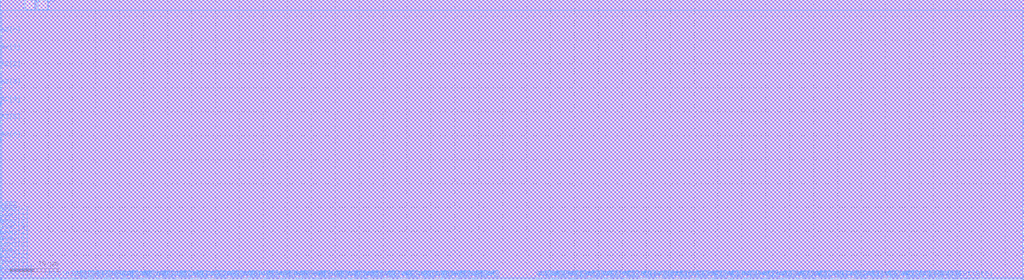
<source format=lef>
VERSION 5.5 ;
NAMESCASESENSITIVE ON ;
BUSBITCHARS "[]" ;
DIVIDERCHAR "/" ;

MACRO sram8t128x96
  CLASS BLOCK ;
  SOURCE USER ;
  ORIGIN 0 0 ;
  SIZE 214.016 BY 58.368 ;
  SYMMETRY X Y R90 ;

  PIN CE1
    DIRECTION INPUT ;
    USE SIGNAL ;
    PORT
      LAYER M2 ;
        RECT 204.896 0.000 205.048 0.152 ;
    END
    PORT
      LAYER M3 ;
        RECT 204.896 0.000 205.048 0.152 ;
    END
    PORT
      LAYER M4 ;
        RECT 204.896 0.000 205.048 0.152 ;
    END
    PORT
      LAYER M5 ;
        RECT 204.896 0.000 205.048 0.152 ;
    END
  END CE1

  PIN CSB1
    DIRECTION INPUT ;
    USE SIGNAL ;
    PORT
      LAYER M2 ;
        RECT 202.160 0.000 202.312 0.152 ;
    END
    PORT
      LAYER M3 ;
        RECT 202.160 0.000 202.312 0.152 ;
    END
    PORT
      LAYER M4 ;
        RECT 202.160 0.000 202.312 0.152 ;
    END
    PORT
      LAYER M5 ;
        RECT 202.160 0.000 202.312 0.152 ;
    END
  END CSB1

  PIN OEB1
    DIRECTION INPUT ;
    USE SIGNAL ;
    PORT
      LAYER M2 ;
        RECT 199.424 0.000 199.576 0.152 ;
    END
    PORT
      LAYER M3 ;
        RECT 199.424 0.000 199.576 0.152 ;
    END
    PORT
      LAYER M4 ;
        RECT 199.424 0.000 199.576 0.152 ;
    END
    PORT
      LAYER M5 ;
        RECT 199.424 0.000 199.576 0.152 ;
    END
  END OEB1

  PIN O1[3]
    DIRECTION OUTPUT ;
    USE SIGNAL ;
    PORT
      LAYER M2 ;
        RECT 196.688 0.000 196.840 0.152 ;
    END
    PORT
      LAYER M3 ;
        RECT 196.688 0.000 196.840 0.152 ;
    END
    PORT
      LAYER M4 ;
        RECT 196.688 0.000 196.840 0.152 ;
    END
    PORT
      LAYER M5 ;
        RECT 196.688 0.000 196.840 0.152 ;
    END
  END O1[3]

  PIN O1[2]
    DIRECTION OUTPUT ;
    USE SIGNAL ;
    PORT
      LAYER M2 ;
        RECT 196.384 0.000 196.536 0.152 ;
    END
    PORT
      LAYER M3 ;
        RECT 196.384 0.000 196.536 0.152 ;
    END
    PORT
      LAYER M4 ;
        RECT 196.384 0.000 196.536 0.152 ;
    END
    PORT
      LAYER M5 ;
        RECT 196.384 0.000 196.536 0.152 ;
    END
  END O1[2]

  PIN O1[1]
    DIRECTION OUTPUT ;
    USE SIGNAL ;
    PORT
      LAYER M2 ;
        RECT 196.080 0.000 196.232 0.152 ;
    END
    PORT
      LAYER M3 ;
        RECT 196.080 0.000 196.232 0.152 ;
    END
    PORT
      LAYER M4 ;
        RECT 196.080 0.000 196.232 0.152 ;
    END
    PORT
      LAYER M5 ;
        RECT 196.080 0.000 196.232 0.152 ;
    END
  END O1[1]

  PIN O1[0]
    DIRECTION OUTPUT ;
    USE SIGNAL ;
    PORT
      LAYER M2 ;
        RECT 195.776 0.000 195.928 0.152 ;
    END
    PORT
      LAYER M3 ;
        RECT 195.776 0.000 195.928 0.152 ;
    END
    PORT
      LAYER M4 ;
        RECT 195.776 0.000 195.928 0.152 ;
    END
    PORT
      LAYER M5 ;
        RECT 195.776 0.000 195.928 0.152 ;
    END
  END O1[0]

  PIN O1[7]
    DIRECTION OUTPUT ;
    USE SIGNAL ;
    PORT
      LAYER M2 ;
        RECT 193.040 0.000 193.192 0.152 ;
    END
    PORT
      LAYER M3 ;
        RECT 193.040 0.000 193.192 0.152 ;
    END
    PORT
      LAYER M4 ;
        RECT 193.040 0.000 193.192 0.152 ;
    END
    PORT
      LAYER M5 ;
        RECT 193.040 0.000 193.192 0.152 ;
    END
  END O1[7]

  PIN O1[6]
    DIRECTION OUTPUT ;
    USE SIGNAL ;
    PORT
      LAYER M2 ;
        RECT 192.736 0.000 192.888 0.152 ;
    END
    PORT
      LAYER M3 ;
        RECT 192.736 0.000 192.888 0.152 ;
    END
    PORT
      LAYER M4 ;
        RECT 192.736 0.000 192.888 0.152 ;
    END
    PORT
      LAYER M5 ;
        RECT 192.736 0.000 192.888 0.152 ;
    END
  END O1[6]

  PIN O1[5]
    DIRECTION OUTPUT ;
    USE SIGNAL ;
    PORT
      LAYER M2 ;
        RECT 192.432 0.000 192.584 0.152 ;
    END
    PORT
      LAYER M3 ;
        RECT 192.432 0.000 192.584 0.152 ;
    END
    PORT
      LAYER M4 ;
        RECT 192.432 0.000 192.584 0.152 ;
    END
    PORT
      LAYER M5 ;
        RECT 192.432 0.000 192.584 0.152 ;
    END
  END O1[5]

  PIN O1[4]
    DIRECTION OUTPUT ;
    USE SIGNAL ;
    PORT
      LAYER M2 ;
        RECT 192.128 0.000 192.280 0.152 ;
    END
    PORT
      LAYER M3 ;
        RECT 192.128 0.000 192.280 0.152 ;
    END
    PORT
      LAYER M4 ;
        RECT 192.128 0.000 192.280 0.152 ;
    END
    PORT
      LAYER M5 ;
        RECT 192.128 0.000 192.280 0.152 ;
    END
  END O1[4]

  PIN O1[11]
    DIRECTION OUTPUT ;
    USE SIGNAL ;
    PORT
      LAYER M2 ;
        RECT 189.392 0.000 189.544 0.152 ;
    END
    PORT
      LAYER M3 ;
        RECT 189.392 0.000 189.544 0.152 ;
    END
    PORT
      LAYER M4 ;
        RECT 189.392 0.000 189.544 0.152 ;
    END
    PORT
      LAYER M5 ;
        RECT 189.392 0.000 189.544 0.152 ;
    END
  END O1[11]

  PIN O1[10]
    DIRECTION OUTPUT ;
    USE SIGNAL ;
    PORT
      LAYER M2 ;
        RECT 189.088 0.000 189.240 0.152 ;
    END
    PORT
      LAYER M3 ;
        RECT 189.088 0.000 189.240 0.152 ;
    END
    PORT
      LAYER M4 ;
        RECT 189.088 0.000 189.240 0.152 ;
    END
    PORT
      LAYER M5 ;
        RECT 189.088 0.000 189.240 0.152 ;
    END
  END O1[10]

  PIN O1[9]
    DIRECTION OUTPUT ;
    USE SIGNAL ;
    PORT
      LAYER M2 ;
        RECT 188.784 0.000 188.936 0.152 ;
    END
    PORT
      LAYER M3 ;
        RECT 188.784 0.000 188.936 0.152 ;
    END
    PORT
      LAYER M4 ;
        RECT 188.784 0.000 188.936 0.152 ;
    END
    PORT
      LAYER M5 ;
        RECT 188.784 0.000 188.936 0.152 ;
    END
  END O1[9]

  PIN O1[8]
    DIRECTION OUTPUT ;
    USE SIGNAL ;
    PORT
      LAYER M2 ;
        RECT 188.480 0.000 188.632 0.152 ;
    END
    PORT
      LAYER M3 ;
        RECT 188.480 0.000 188.632 0.152 ;
    END
    PORT
      LAYER M4 ;
        RECT 188.480 0.000 188.632 0.152 ;
    END
    PORT
      LAYER M5 ;
        RECT 188.480 0.000 188.632 0.152 ;
    END
  END O1[8]

  PIN O1[15]
    DIRECTION OUTPUT ;
    USE SIGNAL ;
    PORT
      LAYER M2 ;
        RECT 185.744 0.000 185.896 0.152 ;
    END
    PORT
      LAYER M3 ;
        RECT 185.744 0.000 185.896 0.152 ;
    END
    PORT
      LAYER M4 ;
        RECT 185.744 0.000 185.896 0.152 ;
    END
    PORT
      LAYER M5 ;
        RECT 185.744 0.000 185.896 0.152 ;
    END
  END O1[15]

  PIN O1[14]
    DIRECTION OUTPUT ;
    USE SIGNAL ;
    PORT
      LAYER M2 ;
        RECT 185.440 0.000 185.592 0.152 ;
    END
    PORT
      LAYER M3 ;
        RECT 185.440 0.000 185.592 0.152 ;
    END
    PORT
      LAYER M4 ;
        RECT 185.440 0.000 185.592 0.152 ;
    END
    PORT
      LAYER M5 ;
        RECT 185.440 0.000 185.592 0.152 ;
    END
  END O1[14]

  PIN O1[13]
    DIRECTION OUTPUT ;
    USE SIGNAL ;
    PORT
      LAYER M2 ;
        RECT 185.136 0.000 185.288 0.152 ;
    END
    PORT
      LAYER M3 ;
        RECT 185.136 0.000 185.288 0.152 ;
    END
    PORT
      LAYER M4 ;
        RECT 185.136 0.000 185.288 0.152 ;
    END
    PORT
      LAYER M5 ;
        RECT 185.136 0.000 185.288 0.152 ;
    END
  END O1[13]

  PIN O1[12]
    DIRECTION OUTPUT ;
    USE SIGNAL ;
    PORT
      LAYER M2 ;
        RECT 184.832 0.000 184.984 0.152 ;
    END
    PORT
      LAYER M3 ;
        RECT 184.832 0.000 184.984 0.152 ;
    END
    PORT
      LAYER M4 ;
        RECT 184.832 0.000 184.984 0.152 ;
    END
    PORT
      LAYER M5 ;
        RECT 184.832 0.000 184.984 0.152 ;
    END
  END O1[12]

  PIN O1[19]
    DIRECTION OUTPUT ;
    USE SIGNAL ;
    PORT
      LAYER M2 ;
        RECT 182.096 0.000 182.248 0.152 ;
    END
    PORT
      LAYER M3 ;
        RECT 182.096 0.000 182.248 0.152 ;
    END
    PORT
      LAYER M4 ;
        RECT 182.096 0.000 182.248 0.152 ;
    END
    PORT
      LAYER M5 ;
        RECT 182.096 0.000 182.248 0.152 ;
    END
  END O1[19]

  PIN O1[18]
    DIRECTION OUTPUT ;
    USE SIGNAL ;
    PORT
      LAYER M2 ;
        RECT 181.792 0.000 181.944 0.152 ;
    END
    PORT
      LAYER M3 ;
        RECT 181.792 0.000 181.944 0.152 ;
    END
    PORT
      LAYER M4 ;
        RECT 181.792 0.000 181.944 0.152 ;
    END
    PORT
      LAYER M5 ;
        RECT 181.792 0.000 181.944 0.152 ;
    END
  END O1[18]

  PIN O1[17]
    DIRECTION OUTPUT ;
    USE SIGNAL ;
    PORT
      LAYER M2 ;
        RECT 181.488 0.000 181.640 0.152 ;
    END
    PORT
      LAYER M3 ;
        RECT 181.488 0.000 181.640 0.152 ;
    END
    PORT
      LAYER M4 ;
        RECT 181.488 0.000 181.640 0.152 ;
    END
    PORT
      LAYER M5 ;
        RECT 181.488 0.000 181.640 0.152 ;
    END
  END O1[17]

  PIN O1[16]
    DIRECTION OUTPUT ;
    USE SIGNAL ;
    PORT
      LAYER M2 ;
        RECT 181.184 0.000 181.336 0.152 ;
    END
    PORT
      LAYER M3 ;
        RECT 181.184 0.000 181.336 0.152 ;
    END
    PORT
      LAYER M4 ;
        RECT 181.184 0.000 181.336 0.152 ;
    END
    PORT
      LAYER M5 ;
        RECT 181.184 0.000 181.336 0.152 ;
    END
  END O1[16]

  PIN O1[23]
    DIRECTION OUTPUT ;
    USE SIGNAL ;
    PORT
      LAYER M2 ;
        RECT 178.448 0.000 178.600 0.152 ;
    END
    PORT
      LAYER M3 ;
        RECT 178.448 0.000 178.600 0.152 ;
    END
    PORT
      LAYER M4 ;
        RECT 178.448 0.000 178.600 0.152 ;
    END
    PORT
      LAYER M5 ;
        RECT 178.448 0.000 178.600 0.152 ;
    END
  END O1[23]

  PIN O1[22]
    DIRECTION OUTPUT ;
    USE SIGNAL ;
    PORT
      LAYER M2 ;
        RECT 178.144 0.000 178.296 0.152 ;
    END
    PORT
      LAYER M3 ;
        RECT 178.144 0.000 178.296 0.152 ;
    END
    PORT
      LAYER M4 ;
        RECT 178.144 0.000 178.296 0.152 ;
    END
    PORT
      LAYER M5 ;
        RECT 178.144 0.000 178.296 0.152 ;
    END
  END O1[22]

  PIN O1[21]
    DIRECTION OUTPUT ;
    USE SIGNAL ;
    PORT
      LAYER M2 ;
        RECT 177.840 0.000 177.992 0.152 ;
    END
    PORT
      LAYER M3 ;
        RECT 177.840 0.000 177.992 0.152 ;
    END
    PORT
      LAYER M4 ;
        RECT 177.840 0.000 177.992 0.152 ;
    END
    PORT
      LAYER M5 ;
        RECT 177.840 0.000 177.992 0.152 ;
    END
  END O1[21]

  PIN O1[20]
    DIRECTION OUTPUT ;
    USE SIGNAL ;
    PORT
      LAYER M2 ;
        RECT 177.536 0.000 177.688 0.152 ;
    END
    PORT
      LAYER M3 ;
        RECT 177.536 0.000 177.688 0.152 ;
    END
    PORT
      LAYER M4 ;
        RECT 177.536 0.000 177.688 0.152 ;
    END
    PORT
      LAYER M5 ;
        RECT 177.536 0.000 177.688 0.152 ;
    END
  END O1[20]

  PIN O1[27]
    DIRECTION OUTPUT ;
    USE SIGNAL ;
    PORT
      LAYER M2 ;
        RECT 174.800 0.000 174.952 0.152 ;
    END
    PORT
      LAYER M3 ;
        RECT 174.800 0.000 174.952 0.152 ;
    END
    PORT
      LAYER M4 ;
        RECT 174.800 0.000 174.952 0.152 ;
    END
    PORT
      LAYER M5 ;
        RECT 174.800 0.000 174.952 0.152 ;
    END
  END O1[27]

  PIN O1[26]
    DIRECTION OUTPUT ;
    USE SIGNAL ;
    PORT
      LAYER M2 ;
        RECT 174.496 0.000 174.648 0.152 ;
    END
    PORT
      LAYER M3 ;
        RECT 174.496 0.000 174.648 0.152 ;
    END
    PORT
      LAYER M4 ;
        RECT 174.496 0.000 174.648 0.152 ;
    END
    PORT
      LAYER M5 ;
        RECT 174.496 0.000 174.648 0.152 ;
    END
  END O1[26]

  PIN O1[25]
    DIRECTION OUTPUT ;
    USE SIGNAL ;
    PORT
      LAYER M2 ;
        RECT 174.192 0.000 174.344 0.152 ;
    END
    PORT
      LAYER M3 ;
        RECT 174.192 0.000 174.344 0.152 ;
    END
    PORT
      LAYER M4 ;
        RECT 174.192 0.000 174.344 0.152 ;
    END
    PORT
      LAYER M5 ;
        RECT 174.192 0.000 174.344 0.152 ;
    END
  END O1[25]

  PIN O1[24]
    DIRECTION OUTPUT ;
    USE SIGNAL ;
    PORT
      LAYER M2 ;
        RECT 173.888 0.000 174.040 0.152 ;
    END
    PORT
      LAYER M3 ;
        RECT 173.888 0.000 174.040 0.152 ;
    END
    PORT
      LAYER M4 ;
        RECT 173.888 0.000 174.040 0.152 ;
    END
    PORT
      LAYER M5 ;
        RECT 173.888 0.000 174.040 0.152 ;
    END
  END O1[24]

  PIN O1[31]
    DIRECTION OUTPUT ;
    USE SIGNAL ;
    PORT
      LAYER M2 ;
        RECT 171.152 0.000 171.304 0.152 ;
    END
    PORT
      LAYER M3 ;
        RECT 171.152 0.000 171.304 0.152 ;
    END
    PORT
      LAYER M4 ;
        RECT 171.152 0.000 171.304 0.152 ;
    END
    PORT
      LAYER M5 ;
        RECT 171.152 0.000 171.304 0.152 ;
    END
  END O1[31]

  PIN O1[30]
    DIRECTION OUTPUT ;
    USE SIGNAL ;
    PORT
      LAYER M2 ;
        RECT 170.848 0.000 171.000 0.152 ;
    END
    PORT
      LAYER M3 ;
        RECT 170.848 0.000 171.000 0.152 ;
    END
    PORT
      LAYER M4 ;
        RECT 170.848 0.000 171.000 0.152 ;
    END
    PORT
      LAYER M5 ;
        RECT 170.848 0.000 171.000 0.152 ;
    END
  END O1[30]

  PIN O1[29]
    DIRECTION OUTPUT ;
    USE SIGNAL ;
    PORT
      LAYER M2 ;
        RECT 170.544 0.000 170.696 0.152 ;
    END
    PORT
      LAYER M3 ;
        RECT 170.544 0.000 170.696 0.152 ;
    END
    PORT
      LAYER M4 ;
        RECT 170.544 0.000 170.696 0.152 ;
    END
    PORT
      LAYER M5 ;
        RECT 170.544 0.000 170.696 0.152 ;
    END
  END O1[29]

  PIN O1[28]
    DIRECTION OUTPUT ;
    USE SIGNAL ;
    PORT
      LAYER M2 ;
        RECT 170.240 0.000 170.392 0.152 ;
    END
    PORT
      LAYER M3 ;
        RECT 170.240 0.000 170.392 0.152 ;
    END
    PORT
      LAYER M4 ;
        RECT 170.240 0.000 170.392 0.152 ;
    END
    PORT
      LAYER M5 ;
        RECT 170.240 0.000 170.392 0.152 ;
    END
  END O1[28]

  PIN O1[35]
    DIRECTION OUTPUT ;
    USE SIGNAL ;
    PORT
      LAYER M2 ;
        RECT 167.504 0.000 167.656 0.152 ;
    END
    PORT
      LAYER M3 ;
        RECT 167.504 0.000 167.656 0.152 ;
    END
    PORT
      LAYER M4 ;
        RECT 167.504 0.000 167.656 0.152 ;
    END
    PORT
      LAYER M5 ;
        RECT 167.504 0.000 167.656 0.152 ;
    END
  END O1[35]

  PIN O1[34]
    DIRECTION OUTPUT ;
    USE SIGNAL ;
    PORT
      LAYER M2 ;
        RECT 167.200 0.000 167.352 0.152 ;
    END
    PORT
      LAYER M3 ;
        RECT 167.200 0.000 167.352 0.152 ;
    END
    PORT
      LAYER M4 ;
        RECT 167.200 0.000 167.352 0.152 ;
    END
    PORT
      LAYER M5 ;
        RECT 167.200 0.000 167.352 0.152 ;
    END
  END O1[34]

  PIN O1[33]
    DIRECTION OUTPUT ;
    USE SIGNAL ;
    PORT
      LAYER M2 ;
        RECT 166.896 0.000 167.048 0.152 ;
    END
    PORT
      LAYER M3 ;
        RECT 166.896 0.000 167.048 0.152 ;
    END
    PORT
      LAYER M4 ;
        RECT 166.896 0.000 167.048 0.152 ;
    END
    PORT
      LAYER M5 ;
        RECT 166.896 0.000 167.048 0.152 ;
    END
  END O1[33]

  PIN O1[32]
    DIRECTION OUTPUT ;
    USE SIGNAL ;
    PORT
      LAYER M2 ;
        RECT 166.592 0.000 166.744 0.152 ;
    END
    PORT
      LAYER M3 ;
        RECT 166.592 0.000 166.744 0.152 ;
    END
    PORT
      LAYER M4 ;
        RECT 166.592 0.000 166.744 0.152 ;
    END
    PORT
      LAYER M5 ;
        RECT 166.592 0.000 166.744 0.152 ;
    END
  END O1[32]

  PIN O1[39]
    DIRECTION OUTPUT ;
    USE SIGNAL ;
    PORT
      LAYER M2 ;
        RECT 163.856 0.000 164.008 0.152 ;
    END
    PORT
      LAYER M3 ;
        RECT 163.856 0.000 164.008 0.152 ;
    END
    PORT
      LAYER M4 ;
        RECT 163.856 0.000 164.008 0.152 ;
    END
    PORT
      LAYER M5 ;
        RECT 163.856 0.000 164.008 0.152 ;
    END
  END O1[39]

  PIN O1[38]
    DIRECTION OUTPUT ;
    USE SIGNAL ;
    PORT
      LAYER M2 ;
        RECT 163.552 0.000 163.704 0.152 ;
    END
    PORT
      LAYER M3 ;
        RECT 163.552 0.000 163.704 0.152 ;
    END
    PORT
      LAYER M4 ;
        RECT 163.552 0.000 163.704 0.152 ;
    END
    PORT
      LAYER M5 ;
        RECT 163.552 0.000 163.704 0.152 ;
    END
  END O1[38]

  PIN O1[37]
    DIRECTION OUTPUT ;
    USE SIGNAL ;
    PORT
      LAYER M2 ;
        RECT 163.248 0.000 163.400 0.152 ;
    END
    PORT
      LAYER M3 ;
        RECT 163.248 0.000 163.400 0.152 ;
    END
    PORT
      LAYER M4 ;
        RECT 163.248 0.000 163.400 0.152 ;
    END
    PORT
      LAYER M5 ;
        RECT 163.248 0.000 163.400 0.152 ;
    END
  END O1[37]

  PIN O1[36]
    DIRECTION OUTPUT ;
    USE SIGNAL ;
    PORT
      LAYER M2 ;
        RECT 162.944 0.000 163.096 0.152 ;
    END
    PORT
      LAYER M3 ;
        RECT 162.944 0.000 163.096 0.152 ;
    END
    PORT
      LAYER M4 ;
        RECT 162.944 0.000 163.096 0.152 ;
    END
    PORT
      LAYER M5 ;
        RECT 162.944 0.000 163.096 0.152 ;
    END
  END O1[36]

  PIN O1[43]
    DIRECTION OUTPUT ;
    USE SIGNAL ;
    PORT
      LAYER M2 ;
        RECT 160.208 0.000 160.360 0.152 ;
    END
    PORT
      LAYER M3 ;
        RECT 160.208 0.000 160.360 0.152 ;
    END
    PORT
      LAYER M4 ;
        RECT 160.208 0.000 160.360 0.152 ;
    END
    PORT
      LAYER M5 ;
        RECT 160.208 0.000 160.360 0.152 ;
    END
  END O1[43]

  PIN O1[42]
    DIRECTION OUTPUT ;
    USE SIGNAL ;
    PORT
      LAYER M2 ;
        RECT 159.904 0.000 160.056 0.152 ;
    END
    PORT
      LAYER M3 ;
        RECT 159.904 0.000 160.056 0.152 ;
    END
    PORT
      LAYER M4 ;
        RECT 159.904 0.000 160.056 0.152 ;
    END
    PORT
      LAYER M5 ;
        RECT 159.904 0.000 160.056 0.152 ;
    END
  END O1[42]

  PIN O1[41]
    DIRECTION OUTPUT ;
    USE SIGNAL ;
    PORT
      LAYER M2 ;
        RECT 159.600 0.000 159.752 0.152 ;
    END
    PORT
      LAYER M3 ;
        RECT 159.600 0.000 159.752 0.152 ;
    END
    PORT
      LAYER M4 ;
        RECT 159.600 0.000 159.752 0.152 ;
    END
    PORT
      LAYER M5 ;
        RECT 159.600 0.000 159.752 0.152 ;
    END
  END O1[41]

  PIN O1[40]
    DIRECTION OUTPUT ;
    USE SIGNAL ;
    PORT
      LAYER M2 ;
        RECT 159.296 0.000 159.448 0.152 ;
    END
    PORT
      LAYER M3 ;
        RECT 159.296 0.000 159.448 0.152 ;
    END
    PORT
      LAYER M4 ;
        RECT 159.296 0.000 159.448 0.152 ;
    END
    PORT
      LAYER M5 ;
        RECT 159.296 0.000 159.448 0.152 ;
    END
  END O1[40]

  PIN O1[47]
    DIRECTION OUTPUT ;
    USE SIGNAL ;
    PORT
      LAYER M2 ;
        RECT 156.560 0.000 156.712 0.152 ;
    END
    PORT
      LAYER M3 ;
        RECT 156.560 0.000 156.712 0.152 ;
    END
    PORT
      LAYER M4 ;
        RECT 156.560 0.000 156.712 0.152 ;
    END
    PORT
      LAYER M5 ;
        RECT 156.560 0.000 156.712 0.152 ;
    END
  END O1[47]

  PIN O1[46]
    DIRECTION OUTPUT ;
    USE SIGNAL ;
    PORT
      LAYER M2 ;
        RECT 156.256 0.000 156.408 0.152 ;
    END
    PORT
      LAYER M3 ;
        RECT 156.256 0.000 156.408 0.152 ;
    END
    PORT
      LAYER M4 ;
        RECT 156.256 0.000 156.408 0.152 ;
    END
    PORT
      LAYER M5 ;
        RECT 156.256 0.000 156.408 0.152 ;
    END
  END O1[46]

  PIN O1[45]
    DIRECTION OUTPUT ;
    USE SIGNAL ;
    PORT
      LAYER M2 ;
        RECT 155.952 0.000 156.104 0.152 ;
    END
    PORT
      LAYER M3 ;
        RECT 155.952 0.000 156.104 0.152 ;
    END
    PORT
      LAYER M4 ;
        RECT 155.952 0.000 156.104 0.152 ;
    END
    PORT
      LAYER M5 ;
        RECT 155.952 0.000 156.104 0.152 ;
    END
  END O1[45]

  PIN O1[44]
    DIRECTION OUTPUT ;
    USE SIGNAL ;
    PORT
      LAYER M2 ;
        RECT 155.648 0.000 155.800 0.152 ;
    END
    PORT
      LAYER M3 ;
        RECT 155.648 0.000 155.800 0.152 ;
    END
    PORT
      LAYER M4 ;
        RECT 155.648 0.000 155.800 0.152 ;
    END
    PORT
      LAYER M5 ;
        RECT 155.648 0.000 155.800 0.152 ;
    END
  END O1[44]

  PIN O1[51]
    DIRECTION OUTPUT ;
    USE SIGNAL ;
    PORT
      LAYER M2 ;
        RECT 152.912 0.000 153.064 0.152 ;
    END
    PORT
      LAYER M3 ;
        RECT 152.912 0.000 153.064 0.152 ;
    END
    PORT
      LAYER M4 ;
        RECT 152.912 0.000 153.064 0.152 ;
    END
    PORT
      LAYER M5 ;
        RECT 152.912 0.000 153.064 0.152 ;
    END
  END O1[51]

  PIN O1[50]
    DIRECTION OUTPUT ;
    USE SIGNAL ;
    PORT
      LAYER M2 ;
        RECT 152.608 0.000 152.760 0.152 ;
    END
    PORT
      LAYER M3 ;
        RECT 152.608 0.000 152.760 0.152 ;
    END
    PORT
      LAYER M4 ;
        RECT 152.608 0.000 152.760 0.152 ;
    END
    PORT
      LAYER M5 ;
        RECT 152.608 0.000 152.760 0.152 ;
    END
  END O1[50]

  PIN O1[49]
    DIRECTION OUTPUT ;
    USE SIGNAL ;
    PORT
      LAYER M2 ;
        RECT 152.304 0.000 152.456 0.152 ;
    END
    PORT
      LAYER M3 ;
        RECT 152.304 0.000 152.456 0.152 ;
    END
    PORT
      LAYER M4 ;
        RECT 152.304 0.000 152.456 0.152 ;
    END
    PORT
      LAYER M5 ;
        RECT 152.304 0.000 152.456 0.152 ;
    END
  END O1[49]

  PIN O1[48]
    DIRECTION OUTPUT ;
    USE SIGNAL ;
    PORT
      LAYER M2 ;
        RECT 152.000 0.000 152.152 0.152 ;
    END
    PORT
      LAYER M3 ;
        RECT 152.000 0.000 152.152 0.152 ;
    END
    PORT
      LAYER M4 ;
        RECT 152.000 0.000 152.152 0.152 ;
    END
    PORT
      LAYER M5 ;
        RECT 152.000 0.000 152.152 0.152 ;
    END
  END O1[48]

  PIN O1[55]
    DIRECTION OUTPUT ;
    USE SIGNAL ;
    PORT
      LAYER M2 ;
        RECT 149.264 0.000 149.416 0.152 ;
    END
    PORT
      LAYER M3 ;
        RECT 149.264 0.000 149.416 0.152 ;
    END
    PORT
      LAYER M4 ;
        RECT 149.264 0.000 149.416 0.152 ;
    END
    PORT
      LAYER M5 ;
        RECT 149.264 0.000 149.416 0.152 ;
    END
  END O1[55]

  PIN O1[54]
    DIRECTION OUTPUT ;
    USE SIGNAL ;
    PORT
      LAYER M2 ;
        RECT 148.960 0.000 149.112 0.152 ;
    END
    PORT
      LAYER M3 ;
        RECT 148.960 0.000 149.112 0.152 ;
    END
    PORT
      LAYER M4 ;
        RECT 148.960 0.000 149.112 0.152 ;
    END
    PORT
      LAYER M5 ;
        RECT 148.960 0.000 149.112 0.152 ;
    END
  END O1[54]

  PIN O1[53]
    DIRECTION OUTPUT ;
    USE SIGNAL ;
    PORT
      LAYER M2 ;
        RECT 148.656 0.000 148.808 0.152 ;
    END
    PORT
      LAYER M3 ;
        RECT 148.656 0.000 148.808 0.152 ;
    END
    PORT
      LAYER M4 ;
        RECT 148.656 0.000 148.808 0.152 ;
    END
    PORT
      LAYER M5 ;
        RECT 148.656 0.000 148.808 0.152 ;
    END
  END O1[53]

  PIN O1[52]
    DIRECTION OUTPUT ;
    USE SIGNAL ;
    PORT
      LAYER M2 ;
        RECT 148.352 0.000 148.504 0.152 ;
    END
    PORT
      LAYER M3 ;
        RECT 148.352 0.000 148.504 0.152 ;
    END
    PORT
      LAYER M4 ;
        RECT 148.352 0.000 148.504 0.152 ;
    END
    PORT
      LAYER M5 ;
        RECT 148.352 0.000 148.504 0.152 ;
    END
  END O1[52]

  PIN O1[59]
    DIRECTION OUTPUT ;
    USE SIGNAL ;
    PORT
      LAYER M2 ;
        RECT 145.616 0.000 145.768 0.152 ;
    END
    PORT
      LAYER M3 ;
        RECT 145.616 0.000 145.768 0.152 ;
    END
    PORT
      LAYER M4 ;
        RECT 145.616 0.000 145.768 0.152 ;
    END
    PORT
      LAYER M5 ;
        RECT 145.616 0.000 145.768 0.152 ;
    END
  END O1[59]

  PIN O1[58]
    DIRECTION OUTPUT ;
    USE SIGNAL ;
    PORT
      LAYER M2 ;
        RECT 145.312 0.000 145.464 0.152 ;
    END
    PORT
      LAYER M3 ;
        RECT 145.312 0.000 145.464 0.152 ;
    END
    PORT
      LAYER M4 ;
        RECT 145.312 0.000 145.464 0.152 ;
    END
    PORT
      LAYER M5 ;
        RECT 145.312 0.000 145.464 0.152 ;
    END
  END O1[58]

  PIN O1[57]
    DIRECTION OUTPUT ;
    USE SIGNAL ;
    PORT
      LAYER M2 ;
        RECT 145.008 0.000 145.160 0.152 ;
    END
    PORT
      LAYER M3 ;
        RECT 145.008 0.000 145.160 0.152 ;
    END
    PORT
      LAYER M4 ;
        RECT 145.008 0.000 145.160 0.152 ;
    END
    PORT
      LAYER M5 ;
        RECT 145.008 0.000 145.160 0.152 ;
    END
  END O1[57]

  PIN O1[56]
    DIRECTION OUTPUT ;
    USE SIGNAL ;
    PORT
      LAYER M2 ;
        RECT 144.704 0.000 144.856 0.152 ;
    END
    PORT
      LAYER M3 ;
        RECT 144.704 0.000 144.856 0.152 ;
    END
    PORT
      LAYER M4 ;
        RECT 144.704 0.000 144.856 0.152 ;
    END
    PORT
      LAYER M5 ;
        RECT 144.704 0.000 144.856 0.152 ;
    END
  END O1[56]

  PIN O1[63]
    DIRECTION OUTPUT ;
    USE SIGNAL ;
    PORT
      LAYER M2 ;
        RECT 141.968 0.000 142.120 0.152 ;
    END
    PORT
      LAYER M3 ;
        RECT 141.968 0.000 142.120 0.152 ;
    END
    PORT
      LAYER M4 ;
        RECT 141.968 0.000 142.120 0.152 ;
    END
    PORT
      LAYER M5 ;
        RECT 141.968 0.000 142.120 0.152 ;
    END
  END O1[63]

  PIN O1[62]
    DIRECTION OUTPUT ;
    USE SIGNAL ;
    PORT
      LAYER M2 ;
        RECT 141.664 0.000 141.816 0.152 ;
    END
    PORT
      LAYER M3 ;
        RECT 141.664 0.000 141.816 0.152 ;
    END
    PORT
      LAYER M4 ;
        RECT 141.664 0.000 141.816 0.152 ;
    END
    PORT
      LAYER M5 ;
        RECT 141.664 0.000 141.816 0.152 ;
    END
  END O1[62]

  PIN O1[61]
    DIRECTION OUTPUT ;
    USE SIGNAL ;
    PORT
      LAYER M2 ;
        RECT 141.360 0.000 141.512 0.152 ;
    END
    PORT
      LAYER M3 ;
        RECT 141.360 0.000 141.512 0.152 ;
    END
    PORT
      LAYER M4 ;
        RECT 141.360 0.000 141.512 0.152 ;
    END
    PORT
      LAYER M5 ;
        RECT 141.360 0.000 141.512 0.152 ;
    END
  END O1[61]

  PIN O1[60]
    DIRECTION OUTPUT ;
    USE SIGNAL ;
    PORT
      LAYER M2 ;
        RECT 141.056 0.000 141.208 0.152 ;
    END
    PORT
      LAYER M3 ;
        RECT 141.056 0.000 141.208 0.152 ;
    END
    PORT
      LAYER M4 ;
        RECT 141.056 0.000 141.208 0.152 ;
    END
    PORT
      LAYER M5 ;
        RECT 141.056 0.000 141.208 0.152 ;
    END
  END O1[60]

  PIN O1[67]
    DIRECTION OUTPUT ;
    USE SIGNAL ;
    PORT
      LAYER M2 ;
        RECT 138.320 0.000 138.472 0.152 ;
    END
    PORT
      LAYER M3 ;
        RECT 138.320 0.000 138.472 0.152 ;
    END
    PORT
      LAYER M4 ;
        RECT 138.320 0.000 138.472 0.152 ;
    END
    PORT
      LAYER M5 ;
        RECT 138.320 0.000 138.472 0.152 ;
    END
  END O1[67]

  PIN O1[66]
    DIRECTION OUTPUT ;
    USE SIGNAL ;
    PORT
      LAYER M2 ;
        RECT 138.016 0.000 138.168 0.152 ;
    END
    PORT
      LAYER M3 ;
        RECT 138.016 0.000 138.168 0.152 ;
    END
    PORT
      LAYER M4 ;
        RECT 138.016 0.000 138.168 0.152 ;
    END
    PORT
      LAYER M5 ;
        RECT 138.016 0.000 138.168 0.152 ;
    END
  END O1[66]

  PIN O1[65]
    DIRECTION OUTPUT ;
    USE SIGNAL ;
    PORT
      LAYER M2 ;
        RECT 137.712 0.000 137.864 0.152 ;
    END
    PORT
      LAYER M3 ;
        RECT 137.712 0.000 137.864 0.152 ;
    END
    PORT
      LAYER M4 ;
        RECT 137.712 0.000 137.864 0.152 ;
    END
    PORT
      LAYER M5 ;
        RECT 137.712 0.000 137.864 0.152 ;
    END
  END O1[65]

  PIN O1[64]
    DIRECTION OUTPUT ;
    USE SIGNAL ;
    PORT
      LAYER M2 ;
        RECT 137.408 0.000 137.560 0.152 ;
    END
    PORT
      LAYER M3 ;
        RECT 137.408 0.000 137.560 0.152 ;
    END
    PORT
      LAYER M4 ;
        RECT 137.408 0.000 137.560 0.152 ;
    END
    PORT
      LAYER M5 ;
        RECT 137.408 0.000 137.560 0.152 ;
    END
  END O1[64]

  PIN O1[71]
    DIRECTION OUTPUT ;
    USE SIGNAL ;
    PORT
      LAYER M2 ;
        RECT 134.672 0.000 134.824 0.152 ;
    END
    PORT
      LAYER M3 ;
        RECT 134.672 0.000 134.824 0.152 ;
    END
    PORT
      LAYER M4 ;
        RECT 134.672 0.000 134.824 0.152 ;
    END
    PORT
      LAYER M5 ;
        RECT 134.672 0.000 134.824 0.152 ;
    END
  END O1[71]

  PIN O1[70]
    DIRECTION OUTPUT ;
    USE SIGNAL ;
    PORT
      LAYER M2 ;
        RECT 134.368 0.000 134.520 0.152 ;
    END
    PORT
      LAYER M3 ;
        RECT 134.368 0.000 134.520 0.152 ;
    END
    PORT
      LAYER M4 ;
        RECT 134.368 0.000 134.520 0.152 ;
    END
    PORT
      LAYER M5 ;
        RECT 134.368 0.000 134.520 0.152 ;
    END
  END O1[70]

  PIN O1[69]
    DIRECTION OUTPUT ;
    USE SIGNAL ;
    PORT
      LAYER M2 ;
        RECT 134.064 0.000 134.216 0.152 ;
    END
    PORT
      LAYER M3 ;
        RECT 134.064 0.000 134.216 0.152 ;
    END
    PORT
      LAYER M4 ;
        RECT 134.064 0.000 134.216 0.152 ;
    END
    PORT
      LAYER M5 ;
        RECT 134.064 0.000 134.216 0.152 ;
    END
  END O1[69]

  PIN O1[68]
    DIRECTION OUTPUT ;
    USE SIGNAL ;
    PORT
      LAYER M2 ;
        RECT 133.760 0.000 133.912 0.152 ;
    END
    PORT
      LAYER M3 ;
        RECT 133.760 0.000 133.912 0.152 ;
    END
    PORT
      LAYER M4 ;
        RECT 133.760 0.000 133.912 0.152 ;
    END
    PORT
      LAYER M5 ;
        RECT 133.760 0.000 133.912 0.152 ;
    END
  END O1[68]

  PIN O1[75]
    DIRECTION OUTPUT ;
    USE SIGNAL ;
    PORT
      LAYER M2 ;
        RECT 131.024 0.000 131.176 0.152 ;
    END
    PORT
      LAYER M3 ;
        RECT 131.024 0.000 131.176 0.152 ;
    END
    PORT
      LAYER M4 ;
        RECT 131.024 0.000 131.176 0.152 ;
    END
    PORT
      LAYER M5 ;
        RECT 131.024 0.000 131.176 0.152 ;
    END
  END O1[75]

  PIN O1[74]
    DIRECTION OUTPUT ;
    USE SIGNAL ;
    PORT
      LAYER M2 ;
        RECT 130.720 0.000 130.872 0.152 ;
    END
    PORT
      LAYER M3 ;
        RECT 130.720 0.000 130.872 0.152 ;
    END
    PORT
      LAYER M4 ;
        RECT 130.720 0.000 130.872 0.152 ;
    END
    PORT
      LAYER M5 ;
        RECT 130.720 0.000 130.872 0.152 ;
    END
  END O1[74]

  PIN O1[73]
    DIRECTION OUTPUT ;
    USE SIGNAL ;
    PORT
      LAYER M2 ;
        RECT 130.416 0.000 130.568 0.152 ;
    END
    PORT
      LAYER M3 ;
        RECT 130.416 0.000 130.568 0.152 ;
    END
    PORT
      LAYER M4 ;
        RECT 130.416 0.000 130.568 0.152 ;
    END
    PORT
      LAYER M5 ;
        RECT 130.416 0.000 130.568 0.152 ;
    END
  END O1[73]

  PIN O1[72]
    DIRECTION OUTPUT ;
    USE SIGNAL ;
    PORT
      LAYER M2 ;
        RECT 130.112 0.000 130.264 0.152 ;
    END
    PORT
      LAYER M3 ;
        RECT 130.112 0.000 130.264 0.152 ;
    END
    PORT
      LAYER M4 ;
        RECT 130.112 0.000 130.264 0.152 ;
    END
    PORT
      LAYER M5 ;
        RECT 130.112 0.000 130.264 0.152 ;
    END
  END O1[72]

  PIN O1[79]
    DIRECTION OUTPUT ;
    USE SIGNAL ;
    PORT
      LAYER M2 ;
        RECT 127.376 0.000 127.528 0.152 ;
    END
    PORT
      LAYER M3 ;
        RECT 127.376 0.000 127.528 0.152 ;
    END
    PORT
      LAYER M4 ;
        RECT 127.376 0.000 127.528 0.152 ;
    END
    PORT
      LAYER M5 ;
        RECT 127.376 0.000 127.528 0.152 ;
    END
  END O1[79]

  PIN O1[78]
    DIRECTION OUTPUT ;
    USE SIGNAL ;
    PORT
      LAYER M2 ;
        RECT 127.072 0.000 127.224 0.152 ;
    END
    PORT
      LAYER M3 ;
        RECT 127.072 0.000 127.224 0.152 ;
    END
    PORT
      LAYER M4 ;
        RECT 127.072 0.000 127.224 0.152 ;
    END
    PORT
      LAYER M5 ;
        RECT 127.072 0.000 127.224 0.152 ;
    END
  END O1[78]

  PIN O1[77]
    DIRECTION OUTPUT ;
    USE SIGNAL ;
    PORT
      LAYER M2 ;
        RECT 126.768 0.000 126.920 0.152 ;
    END
    PORT
      LAYER M3 ;
        RECT 126.768 0.000 126.920 0.152 ;
    END
    PORT
      LAYER M4 ;
        RECT 126.768 0.000 126.920 0.152 ;
    END
    PORT
      LAYER M5 ;
        RECT 126.768 0.000 126.920 0.152 ;
    END
  END O1[77]

  PIN O1[76]
    DIRECTION OUTPUT ;
    USE SIGNAL ;
    PORT
      LAYER M2 ;
        RECT 126.464 0.000 126.616 0.152 ;
    END
    PORT
      LAYER M3 ;
        RECT 126.464 0.000 126.616 0.152 ;
    END
    PORT
      LAYER M4 ;
        RECT 126.464 0.000 126.616 0.152 ;
    END
    PORT
      LAYER M5 ;
        RECT 126.464 0.000 126.616 0.152 ;
    END
  END O1[76]

  PIN O1[83]
    DIRECTION OUTPUT ;
    USE SIGNAL ;
    PORT
      LAYER M2 ;
        RECT 123.728 0.000 123.880 0.152 ;
    END
    PORT
      LAYER M3 ;
        RECT 123.728 0.000 123.880 0.152 ;
    END
    PORT
      LAYER M4 ;
        RECT 123.728 0.000 123.880 0.152 ;
    END
    PORT
      LAYER M5 ;
        RECT 123.728 0.000 123.880 0.152 ;
    END
  END O1[83]

  PIN O1[82]
    DIRECTION OUTPUT ;
    USE SIGNAL ;
    PORT
      LAYER M2 ;
        RECT 123.424 0.000 123.576 0.152 ;
    END
    PORT
      LAYER M3 ;
        RECT 123.424 0.000 123.576 0.152 ;
    END
    PORT
      LAYER M4 ;
        RECT 123.424 0.000 123.576 0.152 ;
    END
    PORT
      LAYER M5 ;
        RECT 123.424 0.000 123.576 0.152 ;
    END
  END O1[82]

  PIN O1[81]
    DIRECTION OUTPUT ;
    USE SIGNAL ;
    PORT
      LAYER M2 ;
        RECT 123.120 0.000 123.272 0.152 ;
    END
    PORT
      LAYER M3 ;
        RECT 123.120 0.000 123.272 0.152 ;
    END
    PORT
      LAYER M4 ;
        RECT 123.120 0.000 123.272 0.152 ;
    END
    PORT
      LAYER M5 ;
        RECT 123.120 0.000 123.272 0.152 ;
    END
  END O1[81]

  PIN O1[80]
    DIRECTION OUTPUT ;
    USE SIGNAL ;
    PORT
      LAYER M2 ;
        RECT 122.816 0.000 122.968 0.152 ;
    END
    PORT
      LAYER M3 ;
        RECT 122.816 0.000 122.968 0.152 ;
    END
    PORT
      LAYER M4 ;
        RECT 122.816 0.000 122.968 0.152 ;
    END
    PORT
      LAYER M5 ;
        RECT 122.816 0.000 122.968 0.152 ;
    END
  END O1[80]

  PIN O1[87]
    DIRECTION OUTPUT ;
    USE SIGNAL ;
    PORT
      LAYER M2 ;
        RECT 120.080 0.000 120.232 0.152 ;
    END
    PORT
      LAYER M3 ;
        RECT 120.080 0.000 120.232 0.152 ;
    END
    PORT
      LAYER M4 ;
        RECT 120.080 0.000 120.232 0.152 ;
    END
    PORT
      LAYER M5 ;
        RECT 120.080 0.000 120.232 0.152 ;
    END
  END O1[87]

  PIN O1[86]
    DIRECTION OUTPUT ;
    USE SIGNAL ;
    PORT
      LAYER M2 ;
        RECT 119.776 0.000 119.928 0.152 ;
    END
    PORT
      LAYER M3 ;
        RECT 119.776 0.000 119.928 0.152 ;
    END
    PORT
      LAYER M4 ;
        RECT 119.776 0.000 119.928 0.152 ;
    END
    PORT
      LAYER M5 ;
        RECT 119.776 0.000 119.928 0.152 ;
    END
  END O1[86]

  PIN O1[85]
    DIRECTION OUTPUT ;
    USE SIGNAL ;
    PORT
      LAYER M2 ;
        RECT 119.472 0.000 119.624 0.152 ;
    END
    PORT
      LAYER M3 ;
        RECT 119.472 0.000 119.624 0.152 ;
    END
    PORT
      LAYER M4 ;
        RECT 119.472 0.000 119.624 0.152 ;
    END
    PORT
      LAYER M5 ;
        RECT 119.472 0.000 119.624 0.152 ;
    END
  END O1[85]

  PIN O1[84]
    DIRECTION OUTPUT ;
    USE SIGNAL ;
    PORT
      LAYER M2 ;
        RECT 119.168 0.000 119.320 0.152 ;
    END
    PORT
      LAYER M3 ;
        RECT 119.168 0.000 119.320 0.152 ;
    END
    PORT
      LAYER M4 ;
        RECT 119.168 0.000 119.320 0.152 ;
    END
    PORT
      LAYER M5 ;
        RECT 119.168 0.000 119.320 0.152 ;
    END
  END O1[84]

  PIN O1[91]
    DIRECTION OUTPUT ;
    USE SIGNAL ;
    PORT
      LAYER M2 ;
        RECT 116.432 0.000 116.584 0.152 ;
    END
    PORT
      LAYER M3 ;
        RECT 116.432 0.000 116.584 0.152 ;
    END
    PORT
      LAYER M4 ;
        RECT 116.432 0.000 116.584 0.152 ;
    END
    PORT
      LAYER M5 ;
        RECT 116.432 0.000 116.584 0.152 ;
    END
  END O1[91]

  PIN O1[90]
    DIRECTION OUTPUT ;
    USE SIGNAL ;
    PORT
      LAYER M2 ;
        RECT 116.128 0.000 116.280 0.152 ;
    END
    PORT
      LAYER M3 ;
        RECT 116.128 0.000 116.280 0.152 ;
    END
    PORT
      LAYER M4 ;
        RECT 116.128 0.000 116.280 0.152 ;
    END
    PORT
      LAYER M5 ;
        RECT 116.128 0.000 116.280 0.152 ;
    END
  END O1[90]

  PIN O1[89]
    DIRECTION OUTPUT ;
    USE SIGNAL ;
    PORT
      LAYER M2 ;
        RECT 115.824 0.000 115.976 0.152 ;
    END
    PORT
      LAYER M3 ;
        RECT 115.824 0.000 115.976 0.152 ;
    END
    PORT
      LAYER M4 ;
        RECT 115.824 0.000 115.976 0.152 ;
    END
    PORT
      LAYER M5 ;
        RECT 115.824 0.000 115.976 0.152 ;
    END
  END O1[89]

  PIN O1[88]
    DIRECTION OUTPUT ;
    USE SIGNAL ;
    PORT
      LAYER M2 ;
        RECT 115.520 0.000 115.672 0.152 ;
    END
    PORT
      LAYER M3 ;
        RECT 115.520 0.000 115.672 0.152 ;
    END
    PORT
      LAYER M4 ;
        RECT 115.520 0.000 115.672 0.152 ;
    END
    PORT
      LAYER M5 ;
        RECT 115.520 0.000 115.672 0.152 ;
    END
  END O1[88]

  PIN O1[95]
    DIRECTION OUTPUT ;
    USE SIGNAL ;
    PORT
      LAYER M2 ;
        RECT 112.784 0.000 112.936 0.152 ;
    END
    PORT
      LAYER M3 ;
        RECT 112.784 0.000 112.936 0.152 ;
    END
    PORT
      LAYER M4 ;
        RECT 112.784 0.000 112.936 0.152 ;
    END
    PORT
      LAYER M5 ;
        RECT 112.784 0.000 112.936 0.152 ;
    END
  END O1[95]

  PIN O1[94]
    DIRECTION OUTPUT ;
    USE SIGNAL ;
    PORT
      LAYER M2 ;
        RECT 112.480 0.000 112.632 0.152 ;
    END
    PORT
      LAYER M3 ;
        RECT 112.480 0.000 112.632 0.152 ;
    END
    PORT
      LAYER M4 ;
        RECT 112.480 0.000 112.632 0.152 ;
    END
    PORT
      LAYER M5 ;
        RECT 112.480 0.000 112.632 0.152 ;
    END
  END O1[94]

  PIN O1[93]
    DIRECTION OUTPUT ;
    USE SIGNAL ;
    PORT
      LAYER M2 ;
        RECT 112.176 0.000 112.328 0.152 ;
    END
    PORT
      LAYER M3 ;
        RECT 112.176 0.000 112.328 0.152 ;
    END
    PORT
      LAYER M4 ;
        RECT 112.176 0.000 112.328 0.152 ;
    END
    PORT
      LAYER M5 ;
        RECT 112.176 0.000 112.328 0.152 ;
    END
  END O1[93]

  PIN O1[92]
    DIRECTION OUTPUT ;
    USE SIGNAL ;
    PORT
      LAYER M2 ;
        RECT 111.872 0.000 112.024 0.152 ;
    END
    PORT
      LAYER M3 ;
        RECT 111.872 0.000 112.024 0.152 ;
    END
    PORT
      LAYER M4 ;
        RECT 111.872 0.000 112.024 0.152 ;
    END
    PORT
      LAYER M5 ;
        RECT 111.872 0.000 112.024 0.152 ;
    END
  END O1[92]

  PIN A1[0]
    DIRECTION INPUT ;
    USE SIGNAL ;
    PORT
      LAYER M2 ;
        RECT 213.864 51.072 214.016 51.224 ;
    END
    PORT
      LAYER M3 ;
        RECT 213.864 51.072 214.016 51.224 ;
    END
    PORT
      LAYER M4 ;
        RECT 213.864 51.072 214.016 51.224 ;
    END
    PORT
      LAYER M5 ;
        RECT 213.864 51.072 214.016 51.224 ;
    END
  END A1[0]

  PIN A1[1]
    DIRECTION INPUT ;
    USE SIGNAL ;
    PORT
      LAYER M2 ;
        RECT 213.864 47.424 214.016 47.576 ;
    END
    PORT
      LAYER M3 ;
        RECT 213.864 47.424 214.016 47.576 ;
    END
    PORT
      LAYER M4 ;
        RECT 213.864 47.424 214.016 47.576 ;
    END
    PORT
      LAYER M5 ;
        RECT 213.864 47.424 214.016 47.576 ;
    END
  END A1[1]

  PIN A1[2]
    DIRECTION INPUT ;
    USE SIGNAL ;
    PORT
      LAYER M2 ;
        RECT 213.864 43.776 214.016 43.928 ;
    END
    PORT
      LAYER M3 ;
        RECT 213.864 43.776 214.016 43.928 ;
    END
    PORT
      LAYER M4 ;
        RECT 213.864 43.776 214.016 43.928 ;
    END
    PORT
      LAYER M5 ;
        RECT 213.864 43.776 214.016 43.928 ;
    END
  END A1[2]

  PIN A1[3]
    DIRECTION INPUT ;
    USE SIGNAL ;
    PORT
      LAYER M2 ;
        RECT 213.864 40.128 214.016 40.280 ;
    END
    PORT
      LAYER M3 ;
        RECT 213.864 40.128 214.016 40.280 ;
    END
    PORT
      LAYER M4 ;
        RECT 213.864 40.128 214.016 40.280 ;
    END
    PORT
      LAYER M5 ;
        RECT 213.864 40.128 214.016 40.280 ;
    END
  END A1[3]

  PIN A1[4]
    DIRECTION INPUT ;
    USE SIGNAL ;
    PORT
      LAYER M2 ;
        RECT 213.864 36.480 214.016 36.632 ;
    END
    PORT
      LAYER M3 ;
        RECT 213.864 36.480 214.016 36.632 ;
    END
    PORT
      LAYER M4 ;
        RECT 213.864 36.480 214.016 36.632 ;
    END
    PORT
      LAYER M5 ;
        RECT 213.864 36.480 214.016 36.632 ;
    END
  END A1[4]

  PIN A1[5]
    DIRECTION INPUT ;
    USE SIGNAL ;
    PORT
      LAYER M2 ;
        RECT 213.864 32.832 214.016 32.984 ;
    END
    PORT
      LAYER M3 ;
        RECT 213.864 32.832 214.016 32.984 ;
    END
    PORT
      LAYER M4 ;
        RECT 213.864 32.832 214.016 32.984 ;
    END
    PORT
      LAYER M5 ;
        RECT 213.864 32.832 214.016 32.984 ;
    END
  END A1[5]

  PIN A1[6]
    DIRECTION INPUT ;
    USE SIGNAL ;
    PORT
      LAYER M2 ;
        RECT 213.864 29.184 214.016 29.336 ;
    END
    PORT
      LAYER M3 ;
        RECT 213.864 29.184 214.016 29.336 ;
    END
    PORT
      LAYER M4 ;
        RECT 213.864 29.184 214.016 29.336 ;
    END
    PORT
      LAYER M5 ;
        RECT 213.864 29.184 214.016 29.336 ;
    END
  END A1[6]

  PIN CE2
    DIRECTION INPUT ;
    USE SIGNAL ;
    PORT
      LAYER M2 ;
        RECT 9.120 0.000 9.272 0.152 ;
    END
    PORT
      LAYER M3 ;
        RECT 9.120 0.000 9.272 0.152 ;
    END
    PORT
      LAYER M4 ;
        RECT 9.120 0.000 9.272 0.152 ;
    END
    PORT
      LAYER M5 ;
        RECT 9.120 0.000 9.272 0.152 ;
    END
  END CE2

  PIN CSB2
    DIRECTION INPUT ;
    USE SIGNAL ;
    PORT
      LAYER M2 ;
        RECT 11.856 0.000 12.008 0.152 ;
    END
    PORT
      LAYER M3 ;
        RECT 11.856 0.000 12.008 0.152 ;
    END
    PORT
      LAYER M4 ;
        RECT 11.856 0.000 12.008 0.152 ;
    END
    PORT
      LAYER M5 ;
        RECT 11.856 0.000 12.008 0.152 ;
    END
  END CSB2

  PIN I2[0]
    DIRECTION INPUT ;
    USE SIGNAL ;
    PORT
      LAYER M2 ;
        RECT 14.592 0.000 14.744 0.152 ;
    END
    PORT
      LAYER M3 ;
        RECT 14.592 0.000 14.744 0.152 ;
    END
    PORT
      LAYER M4 ;
        RECT 14.592 0.000 14.744 0.152 ;
    END
    PORT
      LAYER M5 ;
        RECT 14.592 0.000 14.744 0.152 ;
    END
  END I2[0]

  PIN I2[1]
    DIRECTION INPUT ;
    USE SIGNAL ;
    PORT
      LAYER M2 ;
        RECT 14.896 0.000 15.048 0.152 ;
    END
    PORT
      LAYER M3 ;
        RECT 14.896 0.000 15.048 0.152 ;
    END
    PORT
      LAYER M4 ;
        RECT 14.896 0.000 15.048 0.152 ;
    END
    PORT
      LAYER M5 ;
        RECT 14.896 0.000 15.048 0.152 ;
    END
  END I2[1]

  PIN I2[2]
    DIRECTION INPUT ;
    USE SIGNAL ;
    PORT
      LAYER M2 ;
        RECT 15.200 0.000 15.352 0.152 ;
    END
    PORT
      LAYER M3 ;
        RECT 15.200 0.000 15.352 0.152 ;
    END
    PORT
      LAYER M4 ;
        RECT 15.200 0.000 15.352 0.152 ;
    END
    PORT
      LAYER M5 ;
        RECT 15.200 0.000 15.352 0.152 ;
    END
  END I2[2]

  PIN I2[3]
    DIRECTION INPUT ;
    USE SIGNAL ;
    PORT
      LAYER M2 ;
        RECT 15.504 0.000 15.656 0.152 ;
    END
    PORT
      LAYER M3 ;
        RECT 15.504 0.000 15.656 0.152 ;
    END
    PORT
      LAYER M4 ;
        RECT 15.504 0.000 15.656 0.152 ;
    END
    PORT
      LAYER M5 ;
        RECT 15.504 0.000 15.656 0.152 ;
    END
  END I2[3]

  PIN I2[4]
    DIRECTION INPUT ;
    USE SIGNAL ;
    PORT
      LAYER M2 ;
        RECT 18.240 0.000 18.392 0.152 ;
    END
    PORT
      LAYER M3 ;
        RECT 18.240 0.000 18.392 0.152 ;
    END
    PORT
      LAYER M4 ;
        RECT 18.240 0.000 18.392 0.152 ;
    END
    PORT
      LAYER M5 ;
        RECT 18.240 0.000 18.392 0.152 ;
    END
  END I2[4]

  PIN I2[5]
    DIRECTION INPUT ;
    USE SIGNAL ;
    PORT
      LAYER M2 ;
        RECT 18.544 0.000 18.696 0.152 ;
    END
    PORT
      LAYER M3 ;
        RECT 18.544 0.000 18.696 0.152 ;
    END
    PORT
      LAYER M4 ;
        RECT 18.544 0.000 18.696 0.152 ;
    END
    PORT
      LAYER M5 ;
        RECT 18.544 0.000 18.696 0.152 ;
    END
  END I2[5]

  PIN I2[6]
    DIRECTION INPUT ;
    USE SIGNAL ;
    PORT
      LAYER M2 ;
        RECT 18.848 0.000 19.000 0.152 ;
    END
    PORT
      LAYER M3 ;
        RECT 18.848 0.000 19.000 0.152 ;
    END
    PORT
      LAYER M4 ;
        RECT 18.848 0.000 19.000 0.152 ;
    END
    PORT
      LAYER M5 ;
        RECT 18.848 0.000 19.000 0.152 ;
    END
  END I2[6]

  PIN I2[7]
    DIRECTION INPUT ;
    USE SIGNAL ;
    PORT
      LAYER M2 ;
        RECT 19.152 0.000 19.304 0.152 ;
    END
    PORT
      LAYER M3 ;
        RECT 19.152 0.000 19.304 0.152 ;
    END
    PORT
      LAYER M4 ;
        RECT 19.152 0.000 19.304 0.152 ;
    END
    PORT
      LAYER M5 ;
        RECT 19.152 0.000 19.304 0.152 ;
    END
  END I2[7]

  PIN I2[8]
    DIRECTION INPUT ;
    USE SIGNAL ;
    PORT
      LAYER M2 ;
        RECT 21.888 0.000 22.040 0.152 ;
    END
    PORT
      LAYER M3 ;
        RECT 21.888 0.000 22.040 0.152 ;
    END
    PORT
      LAYER M4 ;
        RECT 21.888 0.000 22.040 0.152 ;
    END
    PORT
      LAYER M5 ;
        RECT 21.888 0.000 22.040 0.152 ;
    END
  END I2[8]

  PIN I2[9]
    DIRECTION INPUT ;
    USE SIGNAL ;
    PORT
      LAYER M2 ;
        RECT 22.192 0.000 22.344 0.152 ;
    END
    PORT
      LAYER M3 ;
        RECT 22.192 0.000 22.344 0.152 ;
    END
    PORT
      LAYER M4 ;
        RECT 22.192 0.000 22.344 0.152 ;
    END
    PORT
      LAYER M5 ;
        RECT 22.192 0.000 22.344 0.152 ;
    END
  END I2[9]

  PIN I2[10]
    DIRECTION INPUT ;
    USE SIGNAL ;
    PORT
      LAYER M2 ;
        RECT 22.496 0.000 22.648 0.152 ;
    END
    PORT
      LAYER M3 ;
        RECT 22.496 0.000 22.648 0.152 ;
    END
    PORT
      LAYER M4 ;
        RECT 22.496 0.000 22.648 0.152 ;
    END
    PORT
      LAYER M5 ;
        RECT 22.496 0.000 22.648 0.152 ;
    END
  END I2[10]

  PIN I2[11]
    DIRECTION INPUT ;
    USE SIGNAL ;
    PORT
      LAYER M2 ;
        RECT 22.800 0.000 22.952 0.152 ;
    END
    PORT
      LAYER M3 ;
        RECT 22.800 0.000 22.952 0.152 ;
    END
    PORT
      LAYER M4 ;
        RECT 22.800 0.000 22.952 0.152 ;
    END
    PORT
      LAYER M5 ;
        RECT 22.800 0.000 22.952 0.152 ;
    END
  END I2[11]

  PIN I2[12]
    DIRECTION INPUT ;
    USE SIGNAL ;
    PORT
      LAYER M2 ;
        RECT 25.536 0.000 25.688 0.152 ;
    END
    PORT
      LAYER M3 ;
        RECT 25.536 0.000 25.688 0.152 ;
    END
    PORT
      LAYER M4 ;
        RECT 25.536 0.000 25.688 0.152 ;
    END
    PORT
      LAYER M5 ;
        RECT 25.536 0.000 25.688 0.152 ;
    END
  END I2[12]

  PIN I2[13]
    DIRECTION INPUT ;
    USE SIGNAL ;
    PORT
      LAYER M2 ;
        RECT 25.840 0.000 25.992 0.152 ;
    END
    PORT
      LAYER M3 ;
        RECT 25.840 0.000 25.992 0.152 ;
    END
    PORT
      LAYER M4 ;
        RECT 25.840 0.000 25.992 0.152 ;
    END
    PORT
      LAYER M5 ;
        RECT 25.840 0.000 25.992 0.152 ;
    END
  END I2[13]

  PIN I2[14]
    DIRECTION INPUT ;
    USE SIGNAL ;
    PORT
      LAYER M2 ;
        RECT 26.144 0.000 26.296 0.152 ;
    END
    PORT
      LAYER M3 ;
        RECT 26.144 0.000 26.296 0.152 ;
    END
    PORT
      LAYER M4 ;
        RECT 26.144 0.000 26.296 0.152 ;
    END
    PORT
      LAYER M5 ;
        RECT 26.144 0.000 26.296 0.152 ;
    END
  END I2[14]

  PIN I2[15]
    DIRECTION INPUT ;
    USE SIGNAL ;
    PORT
      LAYER M2 ;
        RECT 26.448 0.000 26.600 0.152 ;
    END
    PORT
      LAYER M3 ;
        RECT 26.448 0.000 26.600 0.152 ;
    END
    PORT
      LAYER M4 ;
        RECT 26.448 0.000 26.600 0.152 ;
    END
    PORT
      LAYER M5 ;
        RECT 26.448 0.000 26.600 0.152 ;
    END
  END I2[15]

  PIN I2[16]
    DIRECTION INPUT ;
    USE SIGNAL ;
    PORT
      LAYER M2 ;
        RECT 29.184 0.000 29.336 0.152 ;
    END
    PORT
      LAYER M3 ;
        RECT 29.184 0.000 29.336 0.152 ;
    END
    PORT
      LAYER M4 ;
        RECT 29.184 0.000 29.336 0.152 ;
    END
    PORT
      LAYER M5 ;
        RECT 29.184 0.000 29.336 0.152 ;
    END
  END I2[16]

  PIN I2[17]
    DIRECTION INPUT ;
    USE SIGNAL ;
    PORT
      LAYER M2 ;
        RECT 29.488 0.000 29.640 0.152 ;
    END
    PORT
      LAYER M3 ;
        RECT 29.488 0.000 29.640 0.152 ;
    END
    PORT
      LAYER M4 ;
        RECT 29.488 0.000 29.640 0.152 ;
    END
    PORT
      LAYER M5 ;
        RECT 29.488 0.000 29.640 0.152 ;
    END
  END I2[17]

  PIN I2[18]
    DIRECTION INPUT ;
    USE SIGNAL ;
    PORT
      LAYER M2 ;
        RECT 29.792 0.000 29.944 0.152 ;
    END
    PORT
      LAYER M3 ;
        RECT 29.792 0.000 29.944 0.152 ;
    END
    PORT
      LAYER M4 ;
        RECT 29.792 0.000 29.944 0.152 ;
    END
    PORT
      LAYER M5 ;
        RECT 29.792 0.000 29.944 0.152 ;
    END
  END I2[18]

  PIN I2[19]
    DIRECTION INPUT ;
    USE SIGNAL ;
    PORT
      LAYER M2 ;
        RECT 30.096 0.000 30.248 0.152 ;
    END
    PORT
      LAYER M3 ;
        RECT 30.096 0.000 30.248 0.152 ;
    END
    PORT
      LAYER M4 ;
        RECT 30.096 0.000 30.248 0.152 ;
    END
    PORT
      LAYER M5 ;
        RECT 30.096 0.000 30.248 0.152 ;
    END
  END I2[19]

  PIN I2[20]
    DIRECTION INPUT ;
    USE SIGNAL ;
    PORT
      LAYER M2 ;
        RECT 32.832 0.000 32.984 0.152 ;
    END
    PORT
      LAYER M3 ;
        RECT 32.832 0.000 32.984 0.152 ;
    END
    PORT
      LAYER M4 ;
        RECT 32.832 0.000 32.984 0.152 ;
    END
    PORT
      LAYER M5 ;
        RECT 32.832 0.000 32.984 0.152 ;
    END
  END I2[20]

  PIN I2[21]
    DIRECTION INPUT ;
    USE SIGNAL ;
    PORT
      LAYER M2 ;
        RECT 33.136 0.000 33.288 0.152 ;
    END
    PORT
      LAYER M3 ;
        RECT 33.136 0.000 33.288 0.152 ;
    END
    PORT
      LAYER M4 ;
        RECT 33.136 0.000 33.288 0.152 ;
    END
    PORT
      LAYER M5 ;
        RECT 33.136 0.000 33.288 0.152 ;
    END
  END I2[21]

  PIN I2[22]
    DIRECTION INPUT ;
    USE SIGNAL ;
    PORT
      LAYER M2 ;
        RECT 33.440 0.000 33.592 0.152 ;
    END
    PORT
      LAYER M3 ;
        RECT 33.440 0.000 33.592 0.152 ;
    END
    PORT
      LAYER M4 ;
        RECT 33.440 0.000 33.592 0.152 ;
    END
    PORT
      LAYER M5 ;
        RECT 33.440 0.000 33.592 0.152 ;
    END
  END I2[22]

  PIN I2[23]
    DIRECTION INPUT ;
    USE SIGNAL ;
    PORT
      LAYER M2 ;
        RECT 33.744 0.000 33.896 0.152 ;
    END
    PORT
      LAYER M3 ;
        RECT 33.744 0.000 33.896 0.152 ;
    END
    PORT
      LAYER M4 ;
        RECT 33.744 0.000 33.896 0.152 ;
    END
    PORT
      LAYER M5 ;
        RECT 33.744 0.000 33.896 0.152 ;
    END
  END I2[23]

  PIN I2[24]
    DIRECTION INPUT ;
    USE SIGNAL ;
    PORT
      LAYER M2 ;
        RECT 36.480 0.000 36.632 0.152 ;
    END
    PORT
      LAYER M3 ;
        RECT 36.480 0.000 36.632 0.152 ;
    END
    PORT
      LAYER M4 ;
        RECT 36.480 0.000 36.632 0.152 ;
    END
    PORT
      LAYER M5 ;
        RECT 36.480 0.000 36.632 0.152 ;
    END
  END I2[24]

  PIN I2[25]
    DIRECTION INPUT ;
    USE SIGNAL ;
    PORT
      LAYER M2 ;
        RECT 36.784 0.000 36.936 0.152 ;
    END
    PORT
      LAYER M3 ;
        RECT 36.784 0.000 36.936 0.152 ;
    END
    PORT
      LAYER M4 ;
        RECT 36.784 0.000 36.936 0.152 ;
    END
    PORT
      LAYER M5 ;
        RECT 36.784 0.000 36.936 0.152 ;
    END
  END I2[25]

  PIN I2[26]
    DIRECTION INPUT ;
    USE SIGNAL ;
    PORT
      LAYER M2 ;
        RECT 37.088 0.000 37.240 0.152 ;
    END
    PORT
      LAYER M3 ;
        RECT 37.088 0.000 37.240 0.152 ;
    END
    PORT
      LAYER M4 ;
        RECT 37.088 0.000 37.240 0.152 ;
    END
    PORT
      LAYER M5 ;
        RECT 37.088 0.000 37.240 0.152 ;
    END
  END I2[26]

  PIN I2[27]
    DIRECTION INPUT ;
    USE SIGNAL ;
    PORT
      LAYER M2 ;
        RECT 37.392 0.000 37.544 0.152 ;
    END
    PORT
      LAYER M3 ;
        RECT 37.392 0.000 37.544 0.152 ;
    END
    PORT
      LAYER M4 ;
        RECT 37.392 0.000 37.544 0.152 ;
    END
    PORT
      LAYER M5 ;
        RECT 37.392 0.000 37.544 0.152 ;
    END
  END I2[27]

  PIN I2[28]
    DIRECTION INPUT ;
    USE SIGNAL ;
    PORT
      LAYER M2 ;
        RECT 40.128 0.000 40.280 0.152 ;
    END
    PORT
      LAYER M3 ;
        RECT 40.128 0.000 40.280 0.152 ;
    END
    PORT
      LAYER M4 ;
        RECT 40.128 0.000 40.280 0.152 ;
    END
    PORT
      LAYER M5 ;
        RECT 40.128 0.000 40.280 0.152 ;
    END
  END I2[28]

  PIN I2[29]
    DIRECTION INPUT ;
    USE SIGNAL ;
    PORT
      LAYER M2 ;
        RECT 40.432 0.000 40.584 0.152 ;
    END
    PORT
      LAYER M3 ;
        RECT 40.432 0.000 40.584 0.152 ;
    END
    PORT
      LAYER M4 ;
        RECT 40.432 0.000 40.584 0.152 ;
    END
    PORT
      LAYER M5 ;
        RECT 40.432 0.000 40.584 0.152 ;
    END
  END I2[29]

  PIN I2[30]
    DIRECTION INPUT ;
    USE SIGNAL ;
    PORT
      LAYER M2 ;
        RECT 40.736 0.000 40.888 0.152 ;
    END
    PORT
      LAYER M3 ;
        RECT 40.736 0.000 40.888 0.152 ;
    END
    PORT
      LAYER M4 ;
        RECT 40.736 0.000 40.888 0.152 ;
    END
    PORT
      LAYER M5 ;
        RECT 40.736 0.000 40.888 0.152 ;
    END
  END I2[30]

  PIN I2[31]
    DIRECTION INPUT ;
    USE SIGNAL ;
    PORT
      LAYER M2 ;
        RECT 41.040 0.000 41.192 0.152 ;
    END
    PORT
      LAYER M3 ;
        RECT 41.040 0.000 41.192 0.152 ;
    END
    PORT
      LAYER M4 ;
        RECT 41.040 0.000 41.192 0.152 ;
    END
    PORT
      LAYER M5 ;
        RECT 41.040 0.000 41.192 0.152 ;
    END
  END I2[31]

  PIN I2[32]
    DIRECTION INPUT ;
    USE SIGNAL ;
    PORT
      LAYER M2 ;
        RECT 43.776 0.000 43.928 0.152 ;
    END
    PORT
      LAYER M3 ;
        RECT 43.776 0.000 43.928 0.152 ;
    END
    PORT
      LAYER M4 ;
        RECT 43.776 0.000 43.928 0.152 ;
    END
    PORT
      LAYER M5 ;
        RECT 43.776 0.000 43.928 0.152 ;
    END
  END I2[32]

  PIN I2[33]
    DIRECTION INPUT ;
    USE SIGNAL ;
    PORT
      LAYER M2 ;
        RECT 44.080 0.000 44.232 0.152 ;
    END
    PORT
      LAYER M3 ;
        RECT 44.080 0.000 44.232 0.152 ;
    END
    PORT
      LAYER M4 ;
        RECT 44.080 0.000 44.232 0.152 ;
    END
    PORT
      LAYER M5 ;
        RECT 44.080 0.000 44.232 0.152 ;
    END
  END I2[33]

  PIN I2[34]
    DIRECTION INPUT ;
    USE SIGNAL ;
    PORT
      LAYER M2 ;
        RECT 44.384 0.000 44.536 0.152 ;
    END
    PORT
      LAYER M3 ;
        RECT 44.384 0.000 44.536 0.152 ;
    END
    PORT
      LAYER M4 ;
        RECT 44.384 0.000 44.536 0.152 ;
    END
    PORT
      LAYER M5 ;
        RECT 44.384 0.000 44.536 0.152 ;
    END
  END I2[34]

  PIN I2[35]
    DIRECTION INPUT ;
    USE SIGNAL ;
    PORT
      LAYER M2 ;
        RECT 44.688 0.000 44.840 0.152 ;
    END
    PORT
      LAYER M3 ;
        RECT 44.688 0.000 44.840 0.152 ;
    END
    PORT
      LAYER M4 ;
        RECT 44.688 0.000 44.840 0.152 ;
    END
    PORT
      LAYER M5 ;
        RECT 44.688 0.000 44.840 0.152 ;
    END
  END I2[35]

  PIN I2[36]
    DIRECTION INPUT ;
    USE SIGNAL ;
    PORT
      LAYER M2 ;
        RECT 47.424 0.000 47.576 0.152 ;
    END
    PORT
      LAYER M3 ;
        RECT 47.424 0.000 47.576 0.152 ;
    END
    PORT
      LAYER M4 ;
        RECT 47.424 0.000 47.576 0.152 ;
    END
    PORT
      LAYER M5 ;
        RECT 47.424 0.000 47.576 0.152 ;
    END
  END I2[36]

  PIN I2[37]
    DIRECTION INPUT ;
    USE SIGNAL ;
    PORT
      LAYER M2 ;
        RECT 47.728 0.000 47.880 0.152 ;
    END
    PORT
      LAYER M3 ;
        RECT 47.728 0.000 47.880 0.152 ;
    END
    PORT
      LAYER M4 ;
        RECT 47.728 0.000 47.880 0.152 ;
    END
    PORT
      LAYER M5 ;
        RECT 47.728 0.000 47.880 0.152 ;
    END
  END I2[37]

  PIN I2[38]
    DIRECTION INPUT ;
    USE SIGNAL ;
    PORT
      LAYER M2 ;
        RECT 48.032 0.000 48.184 0.152 ;
    END
    PORT
      LAYER M3 ;
        RECT 48.032 0.000 48.184 0.152 ;
    END
    PORT
      LAYER M4 ;
        RECT 48.032 0.000 48.184 0.152 ;
    END
    PORT
      LAYER M5 ;
        RECT 48.032 0.000 48.184 0.152 ;
    END
  END I2[38]

  PIN I2[39]
    DIRECTION INPUT ;
    USE SIGNAL ;
    PORT
      LAYER M2 ;
        RECT 48.336 0.000 48.488 0.152 ;
    END
    PORT
      LAYER M3 ;
        RECT 48.336 0.000 48.488 0.152 ;
    END
    PORT
      LAYER M4 ;
        RECT 48.336 0.000 48.488 0.152 ;
    END
    PORT
      LAYER M5 ;
        RECT 48.336 0.000 48.488 0.152 ;
    END
  END I2[39]

  PIN I2[40]
    DIRECTION INPUT ;
    USE SIGNAL ;
    PORT
      LAYER M2 ;
        RECT 51.072 0.000 51.224 0.152 ;
    END
    PORT
      LAYER M3 ;
        RECT 51.072 0.000 51.224 0.152 ;
    END
    PORT
      LAYER M4 ;
        RECT 51.072 0.000 51.224 0.152 ;
    END
    PORT
      LAYER M5 ;
        RECT 51.072 0.000 51.224 0.152 ;
    END
  END I2[40]

  PIN I2[41]
    DIRECTION INPUT ;
    USE SIGNAL ;
    PORT
      LAYER M2 ;
        RECT 51.376 0.000 51.528 0.152 ;
    END
    PORT
      LAYER M3 ;
        RECT 51.376 0.000 51.528 0.152 ;
    END
    PORT
      LAYER M4 ;
        RECT 51.376 0.000 51.528 0.152 ;
    END
    PORT
      LAYER M5 ;
        RECT 51.376 0.000 51.528 0.152 ;
    END
  END I2[41]

  PIN I2[42]
    DIRECTION INPUT ;
    USE SIGNAL ;
    PORT
      LAYER M2 ;
        RECT 51.680 0.000 51.832 0.152 ;
    END
    PORT
      LAYER M3 ;
        RECT 51.680 0.000 51.832 0.152 ;
    END
    PORT
      LAYER M4 ;
        RECT 51.680 0.000 51.832 0.152 ;
    END
    PORT
      LAYER M5 ;
        RECT 51.680 0.000 51.832 0.152 ;
    END
  END I2[42]

  PIN I2[43]
    DIRECTION INPUT ;
    USE SIGNAL ;
    PORT
      LAYER M2 ;
        RECT 51.984 0.000 52.136 0.152 ;
    END
    PORT
      LAYER M3 ;
        RECT 51.984 0.000 52.136 0.152 ;
    END
    PORT
      LAYER M4 ;
        RECT 51.984 0.000 52.136 0.152 ;
    END
    PORT
      LAYER M5 ;
        RECT 51.984 0.000 52.136 0.152 ;
    END
  END I2[43]

  PIN I2[44]
    DIRECTION INPUT ;
    USE SIGNAL ;
    PORT
      LAYER M2 ;
        RECT 54.720 0.000 54.872 0.152 ;
    END
    PORT
      LAYER M3 ;
        RECT 54.720 0.000 54.872 0.152 ;
    END
    PORT
      LAYER M4 ;
        RECT 54.720 0.000 54.872 0.152 ;
    END
    PORT
      LAYER M5 ;
        RECT 54.720 0.000 54.872 0.152 ;
    END
  END I2[44]

  PIN I2[45]
    DIRECTION INPUT ;
    USE SIGNAL ;
    PORT
      LAYER M2 ;
        RECT 55.024 0.000 55.176 0.152 ;
    END
    PORT
      LAYER M3 ;
        RECT 55.024 0.000 55.176 0.152 ;
    END
    PORT
      LAYER M4 ;
        RECT 55.024 0.000 55.176 0.152 ;
    END
    PORT
      LAYER M5 ;
        RECT 55.024 0.000 55.176 0.152 ;
    END
  END I2[45]

  PIN I2[46]
    DIRECTION INPUT ;
    USE SIGNAL ;
    PORT
      LAYER M2 ;
        RECT 55.328 0.000 55.480 0.152 ;
    END
    PORT
      LAYER M3 ;
        RECT 55.328 0.000 55.480 0.152 ;
    END
    PORT
      LAYER M4 ;
        RECT 55.328 0.000 55.480 0.152 ;
    END
    PORT
      LAYER M5 ;
        RECT 55.328 0.000 55.480 0.152 ;
    END
  END I2[46]

  PIN I2[47]
    DIRECTION INPUT ;
    USE SIGNAL ;
    PORT
      LAYER M2 ;
        RECT 55.632 0.000 55.784 0.152 ;
    END
    PORT
      LAYER M3 ;
        RECT 55.632 0.000 55.784 0.152 ;
    END
    PORT
      LAYER M4 ;
        RECT 55.632 0.000 55.784 0.152 ;
    END
    PORT
      LAYER M5 ;
        RECT 55.632 0.000 55.784 0.152 ;
    END
  END I2[47]

  PIN I2[48]
    DIRECTION INPUT ;
    USE SIGNAL ;
    PORT
      LAYER M2 ;
        RECT 58.368 0.000 58.520 0.152 ;
    END
    PORT
      LAYER M3 ;
        RECT 58.368 0.000 58.520 0.152 ;
    END
    PORT
      LAYER M4 ;
        RECT 58.368 0.000 58.520 0.152 ;
    END
    PORT
      LAYER M5 ;
        RECT 58.368 0.000 58.520 0.152 ;
    END
  END I2[48]

  PIN I2[49]
    DIRECTION INPUT ;
    USE SIGNAL ;
    PORT
      LAYER M2 ;
        RECT 58.672 0.000 58.824 0.152 ;
    END
    PORT
      LAYER M3 ;
        RECT 58.672 0.000 58.824 0.152 ;
    END
    PORT
      LAYER M4 ;
        RECT 58.672 0.000 58.824 0.152 ;
    END
    PORT
      LAYER M5 ;
        RECT 58.672 0.000 58.824 0.152 ;
    END
  END I2[49]

  PIN I2[50]
    DIRECTION INPUT ;
    USE SIGNAL ;
    PORT
      LAYER M2 ;
        RECT 58.976 0.000 59.128 0.152 ;
    END
    PORT
      LAYER M3 ;
        RECT 58.976 0.000 59.128 0.152 ;
    END
    PORT
      LAYER M4 ;
        RECT 58.976 0.000 59.128 0.152 ;
    END
    PORT
      LAYER M5 ;
        RECT 58.976 0.000 59.128 0.152 ;
    END
  END I2[50]

  PIN I2[51]
    DIRECTION INPUT ;
    USE SIGNAL ;
    PORT
      LAYER M2 ;
        RECT 59.280 0.000 59.432 0.152 ;
    END
    PORT
      LAYER M3 ;
        RECT 59.280 0.000 59.432 0.152 ;
    END
    PORT
      LAYER M4 ;
        RECT 59.280 0.000 59.432 0.152 ;
    END
    PORT
      LAYER M5 ;
        RECT 59.280 0.000 59.432 0.152 ;
    END
  END I2[51]

  PIN I2[52]
    DIRECTION INPUT ;
    USE SIGNAL ;
    PORT
      LAYER M2 ;
        RECT 62.016 0.000 62.168 0.152 ;
    END
    PORT
      LAYER M3 ;
        RECT 62.016 0.000 62.168 0.152 ;
    END
    PORT
      LAYER M4 ;
        RECT 62.016 0.000 62.168 0.152 ;
    END
    PORT
      LAYER M5 ;
        RECT 62.016 0.000 62.168 0.152 ;
    END
  END I2[52]

  PIN I2[53]
    DIRECTION INPUT ;
    USE SIGNAL ;
    PORT
      LAYER M2 ;
        RECT 62.320 0.000 62.472 0.152 ;
    END
    PORT
      LAYER M3 ;
        RECT 62.320 0.000 62.472 0.152 ;
    END
    PORT
      LAYER M4 ;
        RECT 62.320 0.000 62.472 0.152 ;
    END
    PORT
      LAYER M5 ;
        RECT 62.320 0.000 62.472 0.152 ;
    END
  END I2[53]

  PIN I2[54]
    DIRECTION INPUT ;
    USE SIGNAL ;
    PORT
      LAYER M2 ;
        RECT 62.624 0.000 62.776 0.152 ;
    END
    PORT
      LAYER M3 ;
        RECT 62.624 0.000 62.776 0.152 ;
    END
    PORT
      LAYER M4 ;
        RECT 62.624 0.000 62.776 0.152 ;
    END
    PORT
      LAYER M5 ;
        RECT 62.624 0.000 62.776 0.152 ;
    END
  END I2[54]

  PIN I2[55]
    DIRECTION INPUT ;
    USE SIGNAL ;
    PORT
      LAYER M2 ;
        RECT 62.928 0.000 63.080 0.152 ;
    END
    PORT
      LAYER M3 ;
        RECT 62.928 0.000 63.080 0.152 ;
    END
    PORT
      LAYER M4 ;
        RECT 62.928 0.000 63.080 0.152 ;
    END
    PORT
      LAYER M5 ;
        RECT 62.928 0.000 63.080 0.152 ;
    END
  END I2[55]

  PIN I2[56]
    DIRECTION INPUT ;
    USE SIGNAL ;
    PORT
      LAYER M2 ;
        RECT 65.664 0.000 65.816 0.152 ;
    END
    PORT
      LAYER M3 ;
        RECT 65.664 0.000 65.816 0.152 ;
    END
    PORT
      LAYER M4 ;
        RECT 65.664 0.000 65.816 0.152 ;
    END
    PORT
      LAYER M5 ;
        RECT 65.664 0.000 65.816 0.152 ;
    END
  END I2[56]

  PIN I2[57]
    DIRECTION INPUT ;
    USE SIGNAL ;
    PORT
      LAYER M2 ;
        RECT 65.968 0.000 66.120 0.152 ;
    END
    PORT
      LAYER M3 ;
        RECT 65.968 0.000 66.120 0.152 ;
    END
    PORT
      LAYER M4 ;
        RECT 65.968 0.000 66.120 0.152 ;
    END
    PORT
      LAYER M5 ;
        RECT 65.968 0.000 66.120 0.152 ;
    END
  END I2[57]

  PIN I2[58]
    DIRECTION INPUT ;
    USE SIGNAL ;
    PORT
      LAYER M2 ;
        RECT 66.272 0.000 66.424 0.152 ;
    END
    PORT
      LAYER M3 ;
        RECT 66.272 0.000 66.424 0.152 ;
    END
    PORT
      LAYER M4 ;
        RECT 66.272 0.000 66.424 0.152 ;
    END
    PORT
      LAYER M5 ;
        RECT 66.272 0.000 66.424 0.152 ;
    END
  END I2[58]

  PIN I2[59]
    DIRECTION INPUT ;
    USE SIGNAL ;
    PORT
      LAYER M2 ;
        RECT 66.576 0.000 66.728 0.152 ;
    END
    PORT
      LAYER M3 ;
        RECT 66.576 0.000 66.728 0.152 ;
    END
    PORT
      LAYER M4 ;
        RECT 66.576 0.000 66.728 0.152 ;
    END
    PORT
      LAYER M5 ;
        RECT 66.576 0.000 66.728 0.152 ;
    END
  END I2[59]

  PIN I2[60]
    DIRECTION INPUT ;
    USE SIGNAL ;
    PORT
      LAYER M2 ;
        RECT 69.312 0.000 69.464 0.152 ;
    END
    PORT
      LAYER M3 ;
        RECT 69.312 0.000 69.464 0.152 ;
    END
    PORT
      LAYER M4 ;
        RECT 69.312 0.000 69.464 0.152 ;
    END
    PORT
      LAYER M5 ;
        RECT 69.312 0.000 69.464 0.152 ;
    END
  END I2[60]

  PIN I2[61]
    DIRECTION INPUT ;
    USE SIGNAL ;
    PORT
      LAYER M2 ;
        RECT 69.616 0.000 69.768 0.152 ;
    END
    PORT
      LAYER M3 ;
        RECT 69.616 0.000 69.768 0.152 ;
    END
    PORT
      LAYER M4 ;
        RECT 69.616 0.000 69.768 0.152 ;
    END
    PORT
      LAYER M5 ;
        RECT 69.616 0.000 69.768 0.152 ;
    END
  END I2[61]

  PIN I2[62]
    DIRECTION INPUT ;
    USE SIGNAL ;
    PORT
      LAYER M2 ;
        RECT 69.920 0.000 70.072 0.152 ;
    END
    PORT
      LAYER M3 ;
        RECT 69.920 0.000 70.072 0.152 ;
    END
    PORT
      LAYER M4 ;
        RECT 69.920 0.000 70.072 0.152 ;
    END
    PORT
      LAYER M5 ;
        RECT 69.920 0.000 70.072 0.152 ;
    END
  END I2[62]

  PIN I2[63]
    DIRECTION INPUT ;
    USE SIGNAL ;
    PORT
      LAYER M2 ;
        RECT 70.224 0.000 70.376 0.152 ;
    END
    PORT
      LAYER M3 ;
        RECT 70.224 0.000 70.376 0.152 ;
    END
    PORT
      LAYER M4 ;
        RECT 70.224 0.000 70.376 0.152 ;
    END
    PORT
      LAYER M5 ;
        RECT 70.224 0.000 70.376 0.152 ;
    END
  END I2[63]

  PIN I2[64]
    DIRECTION INPUT ;
    USE SIGNAL ;
    PORT
      LAYER M2 ;
        RECT 72.960 0.000 73.112 0.152 ;
    END
    PORT
      LAYER M3 ;
        RECT 72.960 0.000 73.112 0.152 ;
    END
    PORT
      LAYER M4 ;
        RECT 72.960 0.000 73.112 0.152 ;
    END
    PORT
      LAYER M5 ;
        RECT 72.960 0.000 73.112 0.152 ;
    END
  END I2[64]

  PIN I2[65]
    DIRECTION INPUT ;
    USE SIGNAL ;
    PORT
      LAYER M2 ;
        RECT 73.264 0.000 73.416 0.152 ;
    END
    PORT
      LAYER M3 ;
        RECT 73.264 0.000 73.416 0.152 ;
    END
    PORT
      LAYER M4 ;
        RECT 73.264 0.000 73.416 0.152 ;
    END
    PORT
      LAYER M5 ;
        RECT 73.264 0.000 73.416 0.152 ;
    END
  END I2[65]

  PIN I2[66]
    DIRECTION INPUT ;
    USE SIGNAL ;
    PORT
      LAYER M2 ;
        RECT 73.568 0.000 73.720 0.152 ;
    END
    PORT
      LAYER M3 ;
        RECT 73.568 0.000 73.720 0.152 ;
    END
    PORT
      LAYER M4 ;
        RECT 73.568 0.000 73.720 0.152 ;
    END
    PORT
      LAYER M5 ;
        RECT 73.568 0.000 73.720 0.152 ;
    END
  END I2[66]

  PIN I2[67]
    DIRECTION INPUT ;
    USE SIGNAL ;
    PORT
      LAYER M2 ;
        RECT 73.872 0.000 74.024 0.152 ;
    END
    PORT
      LAYER M3 ;
        RECT 73.872 0.000 74.024 0.152 ;
    END
    PORT
      LAYER M4 ;
        RECT 73.872 0.000 74.024 0.152 ;
    END
    PORT
      LAYER M5 ;
        RECT 73.872 0.000 74.024 0.152 ;
    END
  END I2[67]

  PIN I2[68]
    DIRECTION INPUT ;
    USE SIGNAL ;
    PORT
      LAYER M2 ;
        RECT 76.608 0.000 76.760 0.152 ;
    END
    PORT
      LAYER M3 ;
        RECT 76.608 0.000 76.760 0.152 ;
    END
    PORT
      LAYER M4 ;
        RECT 76.608 0.000 76.760 0.152 ;
    END
    PORT
      LAYER M5 ;
        RECT 76.608 0.000 76.760 0.152 ;
    END
  END I2[68]

  PIN I2[69]
    DIRECTION INPUT ;
    USE SIGNAL ;
    PORT
      LAYER M2 ;
        RECT 76.912 0.000 77.064 0.152 ;
    END
    PORT
      LAYER M3 ;
        RECT 76.912 0.000 77.064 0.152 ;
    END
    PORT
      LAYER M4 ;
        RECT 76.912 0.000 77.064 0.152 ;
    END
    PORT
      LAYER M5 ;
        RECT 76.912 0.000 77.064 0.152 ;
    END
  END I2[69]

  PIN I2[70]
    DIRECTION INPUT ;
    USE SIGNAL ;
    PORT
      LAYER M2 ;
        RECT 77.216 0.000 77.368 0.152 ;
    END
    PORT
      LAYER M3 ;
        RECT 77.216 0.000 77.368 0.152 ;
    END
    PORT
      LAYER M4 ;
        RECT 77.216 0.000 77.368 0.152 ;
    END
    PORT
      LAYER M5 ;
        RECT 77.216 0.000 77.368 0.152 ;
    END
  END I2[70]

  PIN I2[71]
    DIRECTION INPUT ;
    USE SIGNAL ;
    PORT
      LAYER M2 ;
        RECT 77.520 0.000 77.672 0.152 ;
    END
    PORT
      LAYER M3 ;
        RECT 77.520 0.000 77.672 0.152 ;
    END
    PORT
      LAYER M4 ;
        RECT 77.520 0.000 77.672 0.152 ;
    END
    PORT
      LAYER M5 ;
        RECT 77.520 0.000 77.672 0.152 ;
    END
  END I2[71]

  PIN I2[72]
    DIRECTION INPUT ;
    USE SIGNAL ;
    PORT
      LAYER M2 ;
        RECT 80.256 0.000 80.408 0.152 ;
    END
    PORT
      LAYER M3 ;
        RECT 80.256 0.000 80.408 0.152 ;
    END
    PORT
      LAYER M4 ;
        RECT 80.256 0.000 80.408 0.152 ;
    END
    PORT
      LAYER M5 ;
        RECT 80.256 0.000 80.408 0.152 ;
    END
  END I2[72]

  PIN I2[73]
    DIRECTION INPUT ;
    USE SIGNAL ;
    PORT
      LAYER M2 ;
        RECT 80.560 0.000 80.712 0.152 ;
    END
    PORT
      LAYER M3 ;
        RECT 80.560 0.000 80.712 0.152 ;
    END
    PORT
      LAYER M4 ;
        RECT 80.560 0.000 80.712 0.152 ;
    END
    PORT
      LAYER M5 ;
        RECT 80.560 0.000 80.712 0.152 ;
    END
  END I2[73]

  PIN I2[74]
    DIRECTION INPUT ;
    USE SIGNAL ;
    PORT
      LAYER M2 ;
        RECT 80.864 0.000 81.016 0.152 ;
    END
    PORT
      LAYER M3 ;
        RECT 80.864 0.000 81.016 0.152 ;
    END
    PORT
      LAYER M4 ;
        RECT 80.864 0.000 81.016 0.152 ;
    END
    PORT
      LAYER M5 ;
        RECT 80.864 0.000 81.016 0.152 ;
    END
  END I2[74]

  PIN I2[75]
    DIRECTION INPUT ;
    USE SIGNAL ;
    PORT
      LAYER M2 ;
        RECT 81.168 0.000 81.320 0.152 ;
    END
    PORT
      LAYER M3 ;
        RECT 81.168 0.000 81.320 0.152 ;
    END
    PORT
      LAYER M4 ;
        RECT 81.168 0.000 81.320 0.152 ;
    END
    PORT
      LAYER M5 ;
        RECT 81.168 0.000 81.320 0.152 ;
    END
  END I2[75]

  PIN I2[76]
    DIRECTION INPUT ;
    USE SIGNAL ;
    PORT
      LAYER M2 ;
        RECT 83.904 0.000 84.056 0.152 ;
    END
    PORT
      LAYER M3 ;
        RECT 83.904 0.000 84.056 0.152 ;
    END
    PORT
      LAYER M4 ;
        RECT 83.904 0.000 84.056 0.152 ;
    END
    PORT
      LAYER M5 ;
        RECT 83.904 0.000 84.056 0.152 ;
    END
  END I2[76]

  PIN I2[77]
    DIRECTION INPUT ;
    USE SIGNAL ;
    PORT
      LAYER M2 ;
        RECT 84.208 0.000 84.360 0.152 ;
    END
    PORT
      LAYER M3 ;
        RECT 84.208 0.000 84.360 0.152 ;
    END
    PORT
      LAYER M4 ;
        RECT 84.208 0.000 84.360 0.152 ;
    END
    PORT
      LAYER M5 ;
        RECT 84.208 0.000 84.360 0.152 ;
    END
  END I2[77]

  PIN I2[78]
    DIRECTION INPUT ;
    USE SIGNAL ;
    PORT
      LAYER M2 ;
        RECT 84.512 0.000 84.664 0.152 ;
    END
    PORT
      LAYER M3 ;
        RECT 84.512 0.000 84.664 0.152 ;
    END
    PORT
      LAYER M4 ;
        RECT 84.512 0.000 84.664 0.152 ;
    END
    PORT
      LAYER M5 ;
        RECT 84.512 0.000 84.664 0.152 ;
    END
  END I2[78]

  PIN I2[79]
    DIRECTION INPUT ;
    USE SIGNAL ;
    PORT
      LAYER M2 ;
        RECT 84.816 0.000 84.968 0.152 ;
    END
    PORT
      LAYER M3 ;
        RECT 84.816 0.000 84.968 0.152 ;
    END
    PORT
      LAYER M4 ;
        RECT 84.816 0.000 84.968 0.152 ;
    END
    PORT
      LAYER M5 ;
        RECT 84.816 0.000 84.968 0.152 ;
    END
  END I2[79]

  PIN I2[80]
    DIRECTION INPUT ;
    USE SIGNAL ;
    PORT
      LAYER M2 ;
        RECT 87.552 0.000 87.704 0.152 ;
    END
    PORT
      LAYER M3 ;
        RECT 87.552 0.000 87.704 0.152 ;
    END
    PORT
      LAYER M4 ;
        RECT 87.552 0.000 87.704 0.152 ;
    END
    PORT
      LAYER M5 ;
        RECT 87.552 0.000 87.704 0.152 ;
    END
  END I2[80]

  PIN I2[81]
    DIRECTION INPUT ;
    USE SIGNAL ;
    PORT
      LAYER M2 ;
        RECT 87.856 0.000 88.008 0.152 ;
    END
    PORT
      LAYER M3 ;
        RECT 87.856 0.000 88.008 0.152 ;
    END
    PORT
      LAYER M4 ;
        RECT 87.856 0.000 88.008 0.152 ;
    END
    PORT
      LAYER M5 ;
        RECT 87.856 0.000 88.008 0.152 ;
    END
  END I2[81]

  PIN I2[82]
    DIRECTION INPUT ;
    USE SIGNAL ;
    PORT
      LAYER M2 ;
        RECT 88.160 0.000 88.312 0.152 ;
    END
    PORT
      LAYER M3 ;
        RECT 88.160 0.000 88.312 0.152 ;
    END
    PORT
      LAYER M4 ;
        RECT 88.160 0.000 88.312 0.152 ;
    END
    PORT
      LAYER M5 ;
        RECT 88.160 0.000 88.312 0.152 ;
    END
  END I2[82]

  PIN I2[83]
    DIRECTION INPUT ;
    USE SIGNAL ;
    PORT
      LAYER M2 ;
        RECT 88.464 0.000 88.616 0.152 ;
    END
    PORT
      LAYER M3 ;
        RECT 88.464 0.000 88.616 0.152 ;
    END
    PORT
      LAYER M4 ;
        RECT 88.464 0.000 88.616 0.152 ;
    END
    PORT
      LAYER M5 ;
        RECT 88.464 0.000 88.616 0.152 ;
    END
  END I2[83]

  PIN I2[84]
    DIRECTION INPUT ;
    USE SIGNAL ;
    PORT
      LAYER M2 ;
        RECT 91.200 0.000 91.352 0.152 ;
    END
    PORT
      LAYER M3 ;
        RECT 91.200 0.000 91.352 0.152 ;
    END
    PORT
      LAYER M4 ;
        RECT 91.200 0.000 91.352 0.152 ;
    END
    PORT
      LAYER M5 ;
        RECT 91.200 0.000 91.352 0.152 ;
    END
  END I2[84]

  PIN I2[85]
    DIRECTION INPUT ;
    USE SIGNAL ;
    PORT
      LAYER M2 ;
        RECT 91.504 0.000 91.656 0.152 ;
    END
    PORT
      LAYER M3 ;
        RECT 91.504 0.000 91.656 0.152 ;
    END
    PORT
      LAYER M4 ;
        RECT 91.504 0.000 91.656 0.152 ;
    END
    PORT
      LAYER M5 ;
        RECT 91.504 0.000 91.656 0.152 ;
    END
  END I2[85]

  PIN I2[86]
    DIRECTION INPUT ;
    USE SIGNAL ;
    PORT
      LAYER M2 ;
        RECT 91.808 0.000 91.960 0.152 ;
    END
    PORT
      LAYER M3 ;
        RECT 91.808 0.000 91.960 0.152 ;
    END
    PORT
      LAYER M4 ;
        RECT 91.808 0.000 91.960 0.152 ;
    END
    PORT
      LAYER M5 ;
        RECT 91.808 0.000 91.960 0.152 ;
    END
  END I2[86]

  PIN I2[87]
    DIRECTION INPUT ;
    USE SIGNAL ;
    PORT
      LAYER M2 ;
        RECT 92.112 0.000 92.264 0.152 ;
    END
    PORT
      LAYER M3 ;
        RECT 92.112 0.000 92.264 0.152 ;
    END
    PORT
      LAYER M4 ;
        RECT 92.112 0.000 92.264 0.152 ;
    END
    PORT
      LAYER M5 ;
        RECT 92.112 0.000 92.264 0.152 ;
    END
  END I2[87]

  PIN I2[88]
    DIRECTION INPUT ;
    USE SIGNAL ;
    PORT
      LAYER M2 ;
        RECT 94.848 0.000 95.000 0.152 ;
    END
    PORT
      LAYER M3 ;
        RECT 94.848 0.000 95.000 0.152 ;
    END
    PORT
      LAYER M4 ;
        RECT 94.848 0.000 95.000 0.152 ;
    END
    PORT
      LAYER M5 ;
        RECT 94.848 0.000 95.000 0.152 ;
    END
  END I2[88]

  PIN I2[89]
    DIRECTION INPUT ;
    USE SIGNAL ;
    PORT
      LAYER M2 ;
        RECT 95.152 0.000 95.304 0.152 ;
    END
    PORT
      LAYER M3 ;
        RECT 95.152 0.000 95.304 0.152 ;
    END
    PORT
      LAYER M4 ;
        RECT 95.152 0.000 95.304 0.152 ;
    END
    PORT
      LAYER M5 ;
        RECT 95.152 0.000 95.304 0.152 ;
    END
  END I2[89]

  PIN I2[90]
    DIRECTION INPUT ;
    USE SIGNAL ;
    PORT
      LAYER M2 ;
        RECT 95.456 0.000 95.608 0.152 ;
    END
    PORT
      LAYER M3 ;
        RECT 95.456 0.000 95.608 0.152 ;
    END
    PORT
      LAYER M4 ;
        RECT 95.456 0.000 95.608 0.152 ;
    END
    PORT
      LAYER M5 ;
        RECT 95.456 0.000 95.608 0.152 ;
    END
  END I2[90]

  PIN I2[91]
    DIRECTION INPUT ;
    USE SIGNAL ;
    PORT
      LAYER M2 ;
        RECT 95.760 0.000 95.912 0.152 ;
    END
    PORT
      LAYER M3 ;
        RECT 95.760 0.000 95.912 0.152 ;
    END
    PORT
      LAYER M4 ;
        RECT 95.760 0.000 95.912 0.152 ;
    END
    PORT
      LAYER M5 ;
        RECT 95.760 0.000 95.912 0.152 ;
    END
  END I2[91]

  PIN I2[92]
    DIRECTION INPUT ;
    USE SIGNAL ;
    PORT
      LAYER M2 ;
        RECT 98.496 0.000 98.648 0.152 ;
    END
    PORT
      LAYER M3 ;
        RECT 98.496 0.000 98.648 0.152 ;
    END
    PORT
      LAYER M4 ;
        RECT 98.496 0.000 98.648 0.152 ;
    END
    PORT
      LAYER M5 ;
        RECT 98.496 0.000 98.648 0.152 ;
    END
  END I2[92]

  PIN I2[93]
    DIRECTION INPUT ;
    USE SIGNAL ;
    PORT
      LAYER M2 ;
        RECT 98.800 0.000 98.952 0.152 ;
    END
    PORT
      LAYER M3 ;
        RECT 98.800 0.000 98.952 0.152 ;
    END
    PORT
      LAYER M4 ;
        RECT 98.800 0.000 98.952 0.152 ;
    END
    PORT
      LAYER M5 ;
        RECT 98.800 0.000 98.952 0.152 ;
    END
  END I2[93]

  PIN I2[94]
    DIRECTION INPUT ;
    USE SIGNAL ;
    PORT
      LAYER M2 ;
        RECT 99.104 0.000 99.256 0.152 ;
    END
    PORT
      LAYER M3 ;
        RECT 99.104 0.000 99.256 0.152 ;
    END
    PORT
      LAYER M4 ;
        RECT 99.104 0.000 99.256 0.152 ;
    END
    PORT
      LAYER M5 ;
        RECT 99.104 0.000 99.256 0.152 ;
    END
  END I2[94]

  PIN I2[95]
    DIRECTION INPUT ;
    USE SIGNAL ;
    PORT
      LAYER M2 ;
        RECT 99.408 0.000 99.560 0.152 ;
    END
    PORT
      LAYER M3 ;
        RECT 99.408 0.000 99.560 0.152 ;
    END
    PORT
      LAYER M4 ;
        RECT 99.408 0.000 99.560 0.152 ;
    END
    PORT
      LAYER M5 ;
        RECT 99.408 0.000 99.560 0.152 ;
    END
  END I2[95]

  PIN A2[0]
    DIRECTION INPUT ;
    USE SIGNAL ;
    PORT
      LAYER M2 ;
        RECT 0.000 51.072 0.152 51.224 ;
    END
    PORT
      LAYER M3 ;
        RECT 0.000 51.072 0.152 51.224 ;
    END
    PORT
      LAYER M4 ;
        RECT 0.000 51.072 0.152 51.224 ;
    END
    PORT
      LAYER M5 ;
        RECT 0.000 51.072 0.152 51.224 ;
    END
  END A2[0]

  PIN A2[1]
    DIRECTION INPUT ;
    USE SIGNAL ;
    PORT
      LAYER M2 ;
        RECT 0.000 47.424 0.152 47.576 ;
    END
    PORT
      LAYER M3 ;
        RECT 0.000 47.424 0.152 47.576 ;
    END
    PORT
      LAYER M4 ;
        RECT 0.000 47.424 0.152 47.576 ;
    END
    PORT
      LAYER M5 ;
        RECT 0.000 47.424 0.152 47.576 ;
    END
  END A2[1]

  PIN A2[2]
    DIRECTION INPUT ;
    USE SIGNAL ;
    PORT
      LAYER M2 ;
        RECT 0.000 43.776 0.152 43.928 ;
    END
    PORT
      LAYER M3 ;
        RECT 0.000 43.776 0.152 43.928 ;
    END
    PORT
      LAYER M4 ;
        RECT 0.000 43.776 0.152 43.928 ;
    END
    PORT
      LAYER M5 ;
        RECT 0.000 43.776 0.152 43.928 ;
    END
  END A2[2]

  PIN A2[3]
    DIRECTION INPUT ;
    USE SIGNAL ;
    PORT
      LAYER M2 ;
        RECT 0.000 40.128 0.152 40.280 ;
    END
    PORT
      LAYER M3 ;
        RECT 0.000 40.128 0.152 40.280 ;
    END
    PORT
      LAYER M4 ;
        RECT 0.000 40.128 0.152 40.280 ;
    END
    PORT
      LAYER M5 ;
        RECT 0.000 40.128 0.152 40.280 ;
    END
  END A2[3]

  PIN A2[4]
    DIRECTION INPUT ;
    USE SIGNAL ;
    PORT
      LAYER M2 ;
        RECT 0.000 36.480 0.152 36.632 ;
    END
    PORT
      LAYER M3 ;
        RECT 0.000 36.480 0.152 36.632 ;
    END
    PORT
      LAYER M4 ;
        RECT 0.000 36.480 0.152 36.632 ;
    END
    PORT
      LAYER M5 ;
        RECT 0.000 36.480 0.152 36.632 ;
    END
  END A2[4]

  PIN A2[5]
    DIRECTION INPUT ;
    USE SIGNAL ;
    PORT
      LAYER M2 ;
        RECT 0.000 32.832 0.152 32.984 ;
    END
    PORT
      LAYER M3 ;
        RECT 0.000 32.832 0.152 32.984 ;
    END
    PORT
      LAYER M4 ;
        RECT 0.000 32.832 0.152 32.984 ;
    END
    PORT
      LAYER M5 ;
        RECT 0.000 32.832 0.152 32.984 ;
    END
  END A2[5]

  PIN A2[6]
    DIRECTION INPUT ;
    USE SIGNAL ;
    PORT
      LAYER M2 ;
        RECT 0.000 29.184 0.152 29.336 ;
    END
    PORT
      LAYER M3 ;
        RECT 0.000 29.184 0.152 29.336 ;
    END
    PORT
      LAYER M4 ;
        RECT 0.000 29.184 0.152 29.336 ;
    END
    PORT
      LAYER M5 ;
        RECT 0.000 29.184 0.152 29.336 ;
    END
  END A2[6]

  PIN WEB2
    DIRECTION INPUT ;
    USE SIGNAL ;
    PORT
      LAYER M2 ;
        RECT 0.000 14.592 0.152 14.744 ;
    END
    PORT
      LAYER M3 ;
        RECT 0.000 14.592 0.152 14.744 ;
    END
    PORT
      LAYER M4 ;
        RECT 0.000 14.592 0.152 14.744 ;
    END
    PORT
      LAYER M5 ;
        RECT 0.000 14.592 0.152 14.744 ;
    END
  END WEB2

  PIN WBM2[0]
    DIRECTION INPUT ;
    USE SIGNAL ;
    PORT
      LAYER M2 ;
        RECT 0.000 13.376 0.152 13.528 ;
    END
    PORT
      LAYER M3 ;
        RECT 0.000 13.376 0.152 13.528 ;
    END
    PORT
      LAYER M4 ;
        RECT 0.000 13.376 0.152 13.528 ;
    END
    PORT
      LAYER M5 ;
        RECT 0.000 13.376 0.152 13.528 ;
    END
  END WBM2[0]

  PIN WBM2[1]
    DIRECTION INPUT ;
    USE SIGNAL ;
    PORT
      LAYER M2 ;
        RECT 0.000 12.160 0.152 12.312 ;
    END
    PORT
      LAYER M3 ;
        RECT 0.000 12.160 0.152 12.312 ;
    END
    PORT
      LAYER M4 ;
        RECT 0.000 12.160 0.152 12.312 ;
    END
    PORT
      LAYER M5 ;
        RECT 0.000 12.160 0.152 12.312 ;
    END
  END WBM2[1]

  PIN WBM2[2]
    DIRECTION INPUT ;
    USE SIGNAL ;
    PORT
      LAYER M2 ;
        RECT 0.000 10.944 0.152 11.096 ;
    END
    PORT
      LAYER M3 ;
        RECT 0.000 10.944 0.152 11.096 ;
    END
    PORT
      LAYER M4 ;
        RECT 0.000 10.944 0.152 11.096 ;
    END
    PORT
      LAYER M5 ;
        RECT 0.000 10.944 0.152 11.096 ;
    END
  END WBM2[2]

  PIN WBM2[3]
    DIRECTION INPUT ;
    USE SIGNAL ;
    PORT
      LAYER M2 ;
        RECT 0.000 9.728 0.152 9.880 ;
    END
    PORT
      LAYER M3 ;
        RECT 0.000 9.728 0.152 9.880 ;
    END
    PORT
      LAYER M4 ;
        RECT 0.000 9.728 0.152 9.880 ;
    END
    PORT
      LAYER M5 ;
        RECT 0.000 9.728 0.152 9.880 ;
    END
  END WBM2[3]

  PIN WBM2[4]
    DIRECTION INPUT ;
    USE SIGNAL ;
    PORT
      LAYER M2 ;
        RECT 0.000 8.512 0.152 8.664 ;
    END
    PORT
      LAYER M3 ;
        RECT 0.000 8.512 0.152 8.664 ;
    END
    PORT
      LAYER M4 ;
        RECT 0.000 8.512 0.152 8.664 ;
    END
    PORT
      LAYER M5 ;
        RECT 0.000 8.512 0.152 8.664 ;
    END
  END WBM2[4]

  PIN WBM2[5]
    DIRECTION INPUT ;
    USE SIGNAL ;
    PORT
      LAYER M2 ;
        RECT 0.000 7.296 0.152 7.448 ;
    END
    PORT
      LAYER M3 ;
        RECT 0.000 7.296 0.152 7.448 ;
    END
    PORT
      LAYER M4 ;
        RECT 0.000 7.296 0.152 7.448 ;
    END
    PORT
      LAYER M5 ;
        RECT 0.000 7.296 0.152 7.448 ;
    END
  END WBM2[5]

  PIN WBM2[6]
    DIRECTION INPUT ;
    USE SIGNAL ;
    PORT
      LAYER M2 ;
        RECT 0.000 6.080 0.152 6.232 ;
    END
    PORT
      LAYER M3 ;
        RECT 0.000 6.080 0.152 6.232 ;
    END
    PORT
      LAYER M4 ;
        RECT 0.000 6.080 0.152 6.232 ;
    END
    PORT
      LAYER M5 ;
        RECT 0.000 6.080 0.152 6.232 ;
    END
  END WBM2[6]

  PIN WBM2[7]
    DIRECTION INPUT ;
    USE SIGNAL ;
    PORT
      LAYER M2 ;
        RECT 0.000 4.864 0.152 5.016 ;
    END
    PORT
      LAYER M3 ;
        RECT 0.000 4.864 0.152 5.016 ;
    END
    PORT
      LAYER M4 ;
        RECT 0.000 4.864 0.152 5.016 ;
    END
    PORT
      LAYER M5 ;
        RECT 0.000 4.864 0.152 5.016 ;
    END
  END WBM2[7]

  PIN WBM2[8]
    DIRECTION INPUT ;
    USE SIGNAL ;
    PORT
      LAYER M2 ;
        RECT 0.000 3.648 0.152 3.800 ;
    END
    PORT
      LAYER M3 ;
        RECT 0.000 3.648 0.152 3.800 ;
    END
    PORT
      LAYER M4 ;
        RECT 0.000 3.648 0.152 3.800 ;
    END
    PORT
      LAYER M5 ;
        RECT 0.000 3.648 0.152 3.800 ;
    END
  END WBM2[8]

  PIN WBM2[9]
    DIRECTION INPUT ;
    USE SIGNAL ;
    PORT
      LAYER M2 ;
        RECT 0.000 2.432 0.152 2.584 ;
    END
    PORT
      LAYER M3 ;
        RECT 0.000 2.432 0.152 2.584 ;
    END
    PORT
      LAYER M4 ;
        RECT 0.000 2.432 0.152 2.584 ;
    END
    PORT
      LAYER M5 ;
        RECT 0.000 2.432 0.152 2.584 ;
    END
  END WBM2[9]

  PIN WBM2[10]
    DIRECTION INPUT ;
    USE SIGNAL ;
    PORT
      LAYER M2 ;
        RECT 0.000 1.216 0.152 1.368 ;
    END
    PORT
      LAYER M3 ;
        RECT 0.000 1.216 0.152 1.368 ;
    END
    PORT
      LAYER M4 ;
        RECT 0.000 1.216 0.152 1.368 ;
    END
    PORT
      LAYER M5 ;
        RECT 0.000 1.216 0.152 1.368 ;
    END
  END WBM2[10]

  PIN WBM2[11]
    DIRECTION INPUT ;
    USE SIGNAL ;
    PORT
      LAYER M2 ;
        RECT 0.000 0.000 0.152 0.152 ;
    END
    PORT
      LAYER M3 ;
        RECT 0.000 0.000 0.152 0.152 ;
    END
    PORT
      LAYER M4 ;
        RECT 0.000 0.000 0.152 0.152 ;
    END
    PORT
      LAYER M5 ;
        RECT 0.000 0.000 0.152 0.152 ;
    END
  END WBM2[11]

  PIN VDD
    DIRECTION INOUT ;
    USE POWER ;
    PORT
      LAYER M2 ;
        RECT 5.195 56.368 7.195 58.368 ;
    END
    PORT
      LAYER M3 ;
        RECT 5.195 56.368 7.195 58.368 ;
    END
    PORT
      LAYER M5 ;
        RECT 5.195 56.368 7.195 58.368 ;
    END
  END VDD

  PIN VSS
    DIRECTION INOUT ;
    USE GROUND ;
    PORT
      LAYER M2 ;
        RECT 7.915 56.368 9.915 58.368 ;
    END
    PORT
      LAYER M3 ;
        RECT 7.915 56.368 9.915 58.368 ;
    END
    PORT
      LAYER M5 ;
        RECT 7.915 56.368 9.915 58.368 ;
    END
  END VSS

  OBS
    LAYER M2 ;
      RECT 205.200 0.000 214.016 0.304 ;
      RECT 202.464 0.000 204.744 0.304 ;
      RECT 199.728 0.000 202.008 0.304 ;
      RECT 196.992 0.000 199.272 0.304 ;
      RECT 193.344 0.000 195.624 0.304 ;
      RECT 189.696 0.000 191.976 0.304 ;
      RECT 186.048 0.000 188.328 0.304 ;
      RECT 182.400 0.000 184.680 0.304 ;
      RECT 178.752 0.000 181.032 0.304 ;
      RECT 175.104 0.000 177.384 0.304 ;
      RECT 171.456 0.000 173.736 0.304 ;
      RECT 167.808 0.000 170.088 0.304 ;
      RECT 164.160 0.000 166.440 0.304 ;
      RECT 160.512 0.000 162.792 0.304 ;
      RECT 156.864 0.000 159.144 0.304 ;
      RECT 153.216 0.000 155.496 0.304 ;
      RECT 149.568 0.000 151.848 0.304 ;
      RECT 145.920 0.000 148.200 0.304 ;
      RECT 142.272 0.000 144.552 0.304 ;
      RECT 138.624 0.000 140.904 0.304 ;
      RECT 134.976 0.000 137.256 0.304 ;
      RECT 131.328 0.000 133.608 0.304 ;
      RECT 127.680 0.000 129.960 0.304 ;
      RECT 124.032 0.000 126.312 0.304 ;
      RECT 120.384 0.000 122.664 0.304 ;
      RECT 116.736 0.000 119.016 0.304 ;
      RECT 113.088 0.000 115.368 0.304 ;
      RECT 213.712 51.376 214.016 56.216 ;
      RECT 213.712 47.728 214.016 50.920 ;
      RECT 213.712 44.080 214.016 47.272 ;
      RECT 213.712 40.432 214.016 43.624 ;
      RECT 213.712 36.784 214.016 39.976 ;
      RECT 213.712 33.136 214.016 36.328 ;
      RECT 213.712 29.488 214.016 32.680 ;
      RECT 213.712 14.896 214.016 29.032 ;
      RECT 213.712 13.680 214.016 14.440 ;
      RECT 213.712 12.464 214.016 13.224 ;
      RECT 213.712 11.248 214.016 12.008 ;
      RECT 213.712 10.032 214.016 10.792 ;
      RECT 213.712 8.816 214.016 9.576 ;
      RECT 213.712 7.600 214.016 8.360 ;
      RECT 213.712 6.384 214.016 7.144 ;
      RECT 213.712 5.168 214.016 5.928 ;
      RECT 213.712 3.952 214.016 4.712 ;
      RECT 213.712 2.736 214.016 3.496 ;
      RECT 213.712 1.520 214.016 2.280 ;
      RECT 213.712 0.304 214.016 1.064 ;
      RECT 213.712 0.304 214.016 -0.152 ;
      RECT 0.000 0.000 8.968 0.304 ;
      RECT 9.424 0.000 11.704 0.304 ;
      RECT 12.160 0.000 14.440 0.304 ;
      RECT 15.808 0.000 18.088 0.304 ;
      RECT 19.456 0.000 21.736 0.304 ;
      RECT 23.104 0.000 25.384 0.304 ;
      RECT 26.752 0.000 29.032 0.304 ;
      RECT 30.400 0.000 32.680 0.304 ;
      RECT 34.048 0.000 36.328 0.304 ;
      RECT 37.696 0.000 39.976 0.304 ;
      RECT 41.344 0.000 43.624 0.304 ;
      RECT 44.992 0.000 47.272 0.304 ;
      RECT 48.640 0.000 50.920 0.304 ;
      RECT 52.288 0.000 54.568 0.304 ;
      RECT 55.936 0.000 58.216 0.304 ;
      RECT 59.584 0.000 61.864 0.304 ;
      RECT 63.232 0.000 65.512 0.304 ;
      RECT 66.880 0.000 69.160 0.304 ;
      RECT 70.528 0.000 72.808 0.304 ;
      RECT 74.176 0.000 76.456 0.304 ;
      RECT 77.824 0.000 80.104 0.304 ;
      RECT 81.472 0.000 83.752 0.304 ;
      RECT 85.120 0.000 87.400 0.304 ;
      RECT 88.768 0.000 91.048 0.304 ;
      RECT 92.416 0.000 94.696 0.304 ;
      RECT 96.064 0.000 98.344 0.304 ;
      RECT 99.712 0.000 111.720 0.304 ;
      RECT 0.000 51.376 0.304 56.216 ;
      RECT 0.000 47.728 0.304 50.920 ;
      RECT 0.000 44.080 0.304 47.272 ;
      RECT 0.000 40.432 0.304 43.624 ;
      RECT 0.000 36.784 0.304 39.976 ;
      RECT 0.000 33.136 0.304 36.328 ;
      RECT 0.000 29.488 0.304 32.680 ;
      RECT 0.000 14.896 0.304 29.032 ;
      RECT 0.000 13.680 0.304 14.440 ;
      RECT 0.000 12.464 0.304 13.224 ;
      RECT 0.000 11.248 0.304 12.008 ;
      RECT 0.000 10.032 0.304 10.792 ;
      RECT 0.000 8.816 0.304 9.576 ;
      RECT 0.000 7.600 0.304 8.360 ;
      RECT 0.000 6.384 0.304 7.144 ;
      RECT 0.000 5.168 0.304 5.928 ;
      RECT 0.000 3.952 0.304 4.712 ;
      RECT 0.000 2.736 0.304 3.496 ;
      RECT 0.000 1.520 0.304 2.280 ;
      RECT 0.000 0.304 0.304 1.064 ;
      RECT 0.000 0.304 0.304 -0.152 ;
      RECT 0.000 56.216 5.043 58.368 ;
      RECT 7.355 56.216 7.763 58.368 ;
      RECT 10.067 56.216 214.016 58.368 ;
      RECT 0.304 0.304 213.712 56.216 ;
    LAYER M3 ;
      RECT 205.200 0.000 214.016 0.304 ;
      RECT 202.464 0.000 204.744 0.304 ;
      RECT 199.728 0.000 202.008 0.304 ;
      RECT 196.992 0.000 199.272 0.304 ;
      RECT 193.344 0.000 195.624 0.304 ;
      RECT 189.696 0.000 191.976 0.304 ;
      RECT 186.048 0.000 188.328 0.304 ;
      RECT 182.400 0.000 184.680 0.304 ;
      RECT 178.752 0.000 181.032 0.304 ;
      RECT 175.104 0.000 177.384 0.304 ;
      RECT 171.456 0.000 173.736 0.304 ;
      RECT 167.808 0.000 170.088 0.304 ;
      RECT 164.160 0.000 166.440 0.304 ;
      RECT 160.512 0.000 162.792 0.304 ;
      RECT 156.864 0.000 159.144 0.304 ;
      RECT 153.216 0.000 155.496 0.304 ;
      RECT 149.568 0.000 151.848 0.304 ;
      RECT 145.920 0.000 148.200 0.304 ;
      RECT 142.272 0.000 144.552 0.304 ;
      RECT 138.624 0.000 140.904 0.304 ;
      RECT 134.976 0.000 137.256 0.304 ;
      RECT 131.328 0.000 133.608 0.304 ;
      RECT 127.680 0.000 129.960 0.304 ;
      RECT 124.032 0.000 126.312 0.304 ;
      RECT 120.384 0.000 122.664 0.304 ;
      RECT 116.736 0.000 119.016 0.304 ;
      RECT 113.088 0.000 115.368 0.304 ;
      RECT 213.712 51.376 214.016 56.216 ;
      RECT 213.712 47.728 214.016 50.920 ;
      RECT 213.712 44.080 214.016 47.272 ;
      RECT 213.712 40.432 214.016 43.624 ;
      RECT 213.712 36.784 214.016 39.976 ;
      RECT 213.712 33.136 214.016 36.328 ;
      RECT 213.712 29.488 214.016 32.680 ;
      RECT 213.712 14.896 214.016 29.032 ;
      RECT 213.712 13.680 214.016 14.440 ;
      RECT 213.712 12.464 214.016 13.224 ;
      RECT 213.712 11.248 214.016 12.008 ;
      RECT 213.712 10.032 214.016 10.792 ;
      RECT 213.712 8.816 214.016 9.576 ;
      RECT 213.712 7.600 214.016 8.360 ;
      RECT 213.712 6.384 214.016 7.144 ;
      RECT 213.712 5.168 214.016 5.928 ;
      RECT 213.712 3.952 214.016 4.712 ;
      RECT 213.712 2.736 214.016 3.496 ;
      RECT 213.712 1.520 214.016 2.280 ;
      RECT 213.712 0.304 214.016 1.064 ;
      RECT 213.712 0.304 214.016 -0.152 ;
      RECT 0.000 0.000 8.968 0.304 ;
      RECT 9.424 0.000 11.704 0.304 ;
      RECT 12.160 0.000 14.440 0.304 ;
      RECT 15.808 0.000 18.088 0.304 ;
      RECT 19.456 0.000 21.736 0.304 ;
      RECT 23.104 0.000 25.384 0.304 ;
      RECT 26.752 0.000 29.032 0.304 ;
      RECT 30.400 0.000 32.680 0.304 ;
      RECT 34.048 0.000 36.328 0.304 ;
      RECT 37.696 0.000 39.976 0.304 ;
      RECT 41.344 0.000 43.624 0.304 ;
      RECT 44.992 0.000 47.272 0.304 ;
      RECT 48.640 0.000 50.920 0.304 ;
      RECT 52.288 0.000 54.568 0.304 ;
      RECT 55.936 0.000 58.216 0.304 ;
      RECT 59.584 0.000 61.864 0.304 ;
      RECT 63.232 0.000 65.512 0.304 ;
      RECT 66.880 0.000 69.160 0.304 ;
      RECT 70.528 0.000 72.808 0.304 ;
      RECT 74.176 0.000 76.456 0.304 ;
      RECT 77.824 0.000 80.104 0.304 ;
      RECT 81.472 0.000 83.752 0.304 ;
      RECT 85.120 0.000 87.400 0.304 ;
      RECT 88.768 0.000 91.048 0.304 ;
      RECT 92.416 0.000 94.696 0.304 ;
      RECT 96.064 0.000 98.344 0.304 ;
      RECT 99.712 0.000 111.720 0.304 ;
      RECT 0.000 51.376 0.304 56.216 ;
      RECT 0.000 47.728 0.304 50.920 ;
      RECT 0.000 44.080 0.304 47.272 ;
      RECT 0.000 40.432 0.304 43.624 ;
      RECT 0.000 36.784 0.304 39.976 ;
      RECT 0.000 33.136 0.304 36.328 ;
      RECT 0.000 29.488 0.304 32.680 ;
      RECT 0.000 14.896 0.304 29.032 ;
      RECT 0.000 13.680 0.304 14.440 ;
      RECT 0.000 12.464 0.304 13.224 ;
      RECT 0.000 11.248 0.304 12.008 ;
      RECT 0.000 10.032 0.304 10.792 ;
      RECT 0.000 8.816 0.304 9.576 ;
      RECT 0.000 7.600 0.304 8.360 ;
      RECT 0.000 6.384 0.304 7.144 ;
      RECT 0.000 5.168 0.304 5.928 ;
      RECT 0.000 3.952 0.304 4.712 ;
      RECT 0.000 2.736 0.304 3.496 ;
      RECT 0.000 1.520 0.304 2.280 ;
      RECT 0.000 0.304 0.304 1.064 ;
      RECT 0.000 0.304 0.304 -0.152 ;
      RECT 0.000 56.216 5.043 58.368 ;
      RECT 7.355 56.216 7.763 58.368 ;
      RECT 10.067 56.216 214.016 58.368 ;
      RECT 0.304 0.304 213.712 56.216 ;
    LAYER M4 ;
      RECT 205.200 0.000 214.016 0.304 ;
      RECT 202.464 0.000 204.744 0.304 ;
      RECT 199.728 0.000 202.008 0.304 ;
      RECT 196.992 0.000 199.272 0.304 ;
      RECT 193.344 0.000 195.624 0.304 ;
      RECT 189.696 0.000 191.976 0.304 ;
      RECT 186.048 0.000 188.328 0.304 ;
      RECT 182.400 0.000 184.680 0.304 ;
      RECT 178.752 0.000 181.032 0.304 ;
      RECT 175.104 0.000 177.384 0.304 ;
      RECT 171.456 0.000 173.736 0.304 ;
      RECT 167.808 0.000 170.088 0.304 ;
      RECT 164.160 0.000 166.440 0.304 ;
      RECT 160.512 0.000 162.792 0.304 ;
      RECT 156.864 0.000 159.144 0.304 ;
      RECT 153.216 0.000 155.496 0.304 ;
      RECT 149.568 0.000 151.848 0.304 ;
      RECT 145.920 0.000 148.200 0.304 ;
      RECT 142.272 0.000 144.552 0.304 ;
      RECT 138.624 0.000 140.904 0.304 ;
      RECT 134.976 0.000 137.256 0.304 ;
      RECT 131.328 0.000 133.608 0.304 ;
      RECT 127.680 0.000 129.960 0.304 ;
      RECT 124.032 0.000 126.312 0.304 ;
      RECT 120.384 0.000 122.664 0.304 ;
      RECT 116.736 0.000 119.016 0.304 ;
      RECT 113.088 0.000 115.368 0.304 ;
      RECT 213.712 51.376 214.016 56.216 ;
      RECT 213.712 47.728 214.016 50.920 ;
      RECT 213.712 44.080 214.016 47.272 ;
      RECT 213.712 40.432 214.016 43.624 ;
      RECT 213.712 36.784 214.016 39.976 ;
      RECT 213.712 33.136 214.016 36.328 ;
      RECT 213.712 29.488 214.016 32.680 ;
      RECT 213.712 14.896 214.016 29.032 ;
      RECT 213.712 13.680 214.016 14.440 ;
      RECT 213.712 12.464 214.016 13.224 ;
      RECT 213.712 11.248 214.016 12.008 ;
      RECT 213.712 10.032 214.016 10.792 ;
      RECT 213.712 8.816 214.016 9.576 ;
      RECT 213.712 7.600 214.016 8.360 ;
      RECT 213.712 6.384 214.016 7.144 ;
      RECT 213.712 5.168 214.016 5.928 ;
      RECT 213.712 3.952 214.016 4.712 ;
      RECT 213.712 2.736 214.016 3.496 ;
      RECT 213.712 1.520 214.016 2.280 ;
      RECT 213.712 0.304 214.016 1.064 ;
      RECT 213.712 0.304 214.016 -0.152 ;
      RECT 0.000 0.000 8.968 0.304 ;
      RECT 9.424 0.000 11.704 0.304 ;
      RECT 12.160 0.000 14.440 0.304 ;
      RECT 15.808 0.000 18.088 0.304 ;
      RECT 19.456 0.000 21.736 0.304 ;
      RECT 23.104 0.000 25.384 0.304 ;
      RECT 26.752 0.000 29.032 0.304 ;
      RECT 30.400 0.000 32.680 0.304 ;
      RECT 34.048 0.000 36.328 0.304 ;
      RECT 37.696 0.000 39.976 0.304 ;
      RECT 41.344 0.000 43.624 0.304 ;
      RECT 44.992 0.000 47.272 0.304 ;
      RECT 48.640 0.000 50.920 0.304 ;
      RECT 52.288 0.000 54.568 0.304 ;
      RECT 55.936 0.000 58.216 0.304 ;
      RECT 59.584 0.000 61.864 0.304 ;
      RECT 63.232 0.000 65.512 0.304 ;
      RECT 66.880 0.000 69.160 0.304 ;
      RECT 70.528 0.000 72.808 0.304 ;
      RECT 74.176 0.000 76.456 0.304 ;
      RECT 77.824 0.000 80.104 0.304 ;
      RECT 81.472 0.000 83.752 0.304 ;
      RECT 85.120 0.000 87.400 0.304 ;
      RECT 88.768 0.000 91.048 0.304 ;
      RECT 92.416 0.000 94.696 0.304 ;
      RECT 96.064 0.000 98.344 0.304 ;
      RECT 99.712 0.000 111.720 0.304 ;
      RECT 0.000 51.376 0.304 56.216 ;
      RECT 0.000 47.728 0.304 50.920 ;
      RECT 0.000 44.080 0.304 47.272 ;
      RECT 0.000 40.432 0.304 43.624 ;
      RECT 0.000 36.784 0.304 39.976 ;
      RECT 0.000 33.136 0.304 36.328 ;
      RECT 0.000 29.488 0.304 32.680 ;
      RECT 0.000 14.896 0.304 29.032 ;
      RECT 0.000 13.680 0.304 14.440 ;
      RECT 0.000 12.464 0.304 13.224 ;
      RECT 0.000 11.248 0.304 12.008 ;
      RECT 0.000 10.032 0.304 10.792 ;
      RECT 0.000 8.816 0.304 9.576 ;
      RECT 0.000 7.600 0.304 8.360 ;
      RECT 0.000 6.384 0.304 7.144 ;
      RECT 0.000 5.168 0.304 5.928 ;
      RECT 0.000 3.952 0.304 4.712 ;
      RECT 0.000 2.736 0.304 3.496 ;
      RECT 0.000 1.520 0.304 2.280 ;
      RECT 0.000 0.304 0.304 1.064 ;
      RECT 0.000 0.304 0.304 -0.152 ;
      RECT 0.000 56.216 5.043 58.368 ;
      RECT 7.355 56.216 7.763 58.368 ;
      RECT 10.067 56.216 214.016 58.368 ;
      RECT 0.304 0.304 213.712 56.216 ;
    LAYER M5 ;
      RECT 205.200 0.000 214.016 0.304 ;
      RECT 202.464 0.000 204.744 0.304 ;
      RECT 199.728 0.000 202.008 0.304 ;
      RECT 196.992 0.000 199.272 0.304 ;
      RECT 193.344 0.000 195.624 0.304 ;
      RECT 189.696 0.000 191.976 0.304 ;
      RECT 186.048 0.000 188.328 0.304 ;
      RECT 182.400 0.000 184.680 0.304 ;
      RECT 178.752 0.000 181.032 0.304 ;
      RECT 175.104 0.000 177.384 0.304 ;
      RECT 171.456 0.000 173.736 0.304 ;
      RECT 167.808 0.000 170.088 0.304 ;
      RECT 164.160 0.000 166.440 0.304 ;
      RECT 160.512 0.000 162.792 0.304 ;
      RECT 156.864 0.000 159.144 0.304 ;
      RECT 153.216 0.000 155.496 0.304 ;
      RECT 149.568 0.000 151.848 0.304 ;
      RECT 145.920 0.000 148.200 0.304 ;
      RECT 142.272 0.000 144.552 0.304 ;
      RECT 138.624 0.000 140.904 0.304 ;
      RECT 134.976 0.000 137.256 0.304 ;
      RECT 131.328 0.000 133.608 0.304 ;
      RECT 127.680 0.000 129.960 0.304 ;
      RECT 124.032 0.000 126.312 0.304 ;
      RECT 120.384 0.000 122.664 0.304 ;
      RECT 116.736 0.000 119.016 0.304 ;
      RECT 113.088 0.000 115.368 0.304 ;
      RECT 213.712 51.376 214.016 56.216 ;
      RECT 213.712 47.728 214.016 50.920 ;
      RECT 213.712 44.080 214.016 47.272 ;
      RECT 213.712 40.432 214.016 43.624 ;
      RECT 213.712 36.784 214.016 39.976 ;
      RECT 213.712 33.136 214.016 36.328 ;
      RECT 213.712 29.488 214.016 32.680 ;
      RECT 213.712 14.896 214.016 29.032 ;
      RECT 213.712 13.680 214.016 14.440 ;
      RECT 213.712 12.464 214.016 13.224 ;
      RECT 213.712 11.248 214.016 12.008 ;
      RECT 213.712 10.032 214.016 10.792 ;
      RECT 213.712 8.816 214.016 9.576 ;
      RECT 213.712 7.600 214.016 8.360 ;
      RECT 213.712 6.384 214.016 7.144 ;
      RECT 213.712 5.168 214.016 5.928 ;
      RECT 213.712 3.952 214.016 4.712 ;
      RECT 213.712 2.736 214.016 3.496 ;
      RECT 213.712 1.520 214.016 2.280 ;
      RECT 213.712 0.304 214.016 1.064 ;
      RECT 213.712 0.304 214.016 -0.152 ;
      RECT 0.000 0.000 8.968 0.304 ;
      RECT 9.424 0.000 11.704 0.304 ;
      RECT 12.160 0.000 14.440 0.304 ;
      RECT 15.808 0.000 18.088 0.304 ;
      RECT 19.456 0.000 21.736 0.304 ;
      RECT 23.104 0.000 25.384 0.304 ;
      RECT 26.752 0.000 29.032 0.304 ;
      RECT 30.400 0.000 32.680 0.304 ;
      RECT 34.048 0.000 36.328 0.304 ;
      RECT 37.696 0.000 39.976 0.304 ;
      RECT 41.344 0.000 43.624 0.304 ;
      RECT 44.992 0.000 47.272 0.304 ;
      RECT 48.640 0.000 50.920 0.304 ;
      RECT 52.288 0.000 54.568 0.304 ;
      RECT 55.936 0.000 58.216 0.304 ;
      RECT 59.584 0.000 61.864 0.304 ;
      RECT 63.232 0.000 65.512 0.304 ;
      RECT 66.880 0.000 69.160 0.304 ;
      RECT 70.528 0.000 72.808 0.304 ;
      RECT 74.176 0.000 76.456 0.304 ;
      RECT 77.824 0.000 80.104 0.304 ;
      RECT 81.472 0.000 83.752 0.304 ;
      RECT 85.120 0.000 87.400 0.304 ;
      RECT 88.768 0.000 91.048 0.304 ;
      RECT 92.416 0.000 94.696 0.304 ;
      RECT 96.064 0.000 98.344 0.304 ;
      RECT 99.712 0.000 111.720 0.304 ;
      RECT 0.000 51.376 0.304 56.216 ;
      RECT 0.000 47.728 0.304 50.920 ;
      RECT 0.000 44.080 0.304 47.272 ;
      RECT 0.000 40.432 0.304 43.624 ;
      RECT 0.000 36.784 0.304 39.976 ;
      RECT 0.000 33.136 0.304 36.328 ;
      RECT 0.000 29.488 0.304 32.680 ;
      RECT 0.000 14.896 0.304 29.032 ;
      RECT 0.000 13.680 0.304 14.440 ;
      RECT 0.000 12.464 0.304 13.224 ;
      RECT 0.000 11.248 0.304 12.008 ;
      RECT 0.000 10.032 0.304 10.792 ;
      RECT 0.000 8.816 0.304 9.576 ;
      RECT 0.000 7.600 0.304 8.360 ;
      RECT 0.000 6.384 0.304 7.144 ;
      RECT 0.000 5.168 0.304 5.928 ;
      RECT 0.000 3.952 0.304 4.712 ;
      RECT 0.000 2.736 0.304 3.496 ;
      RECT 0.000 1.520 0.304 2.280 ;
      RECT 0.000 0.304 0.304 1.064 ;
      RECT 0.000 0.304 0.304 -0.152 ;
      RECT 0.000 56.216 5.043 58.368 ;
      RECT 7.355 56.216 7.763 58.368 ;
      RECT 10.067 56.216 214.016 58.368 ;
      RECT 0.304 0.304 213.712 56.216 ;
  END

END sram8t128x96

END LIBRARY

</source>
